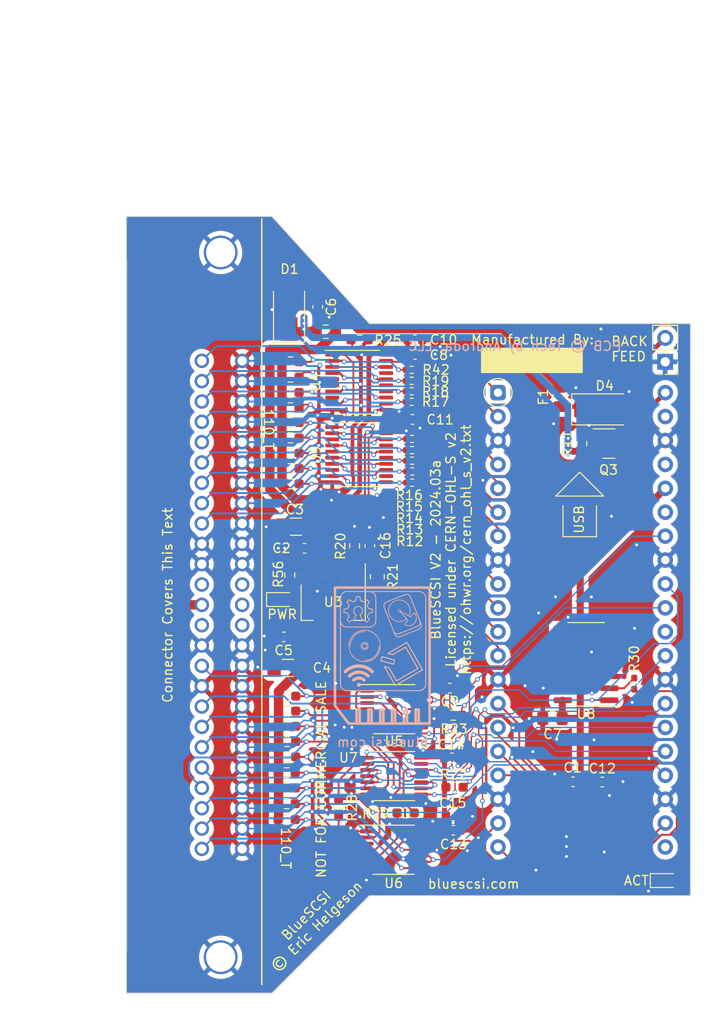
<source format=kicad_pcb>
(kicad_pcb (version 20240108) (generator "pcbnew") (generator_version "8.0")
  (title_block (title "BlueSCSI V2, Centronics 50 Pin, 2024.03a") (date "March 2024") (rev "1") (company "Tech by Androda, LLC"))
  (layers (0 "F.Cu" signal) (31 "B.Cu" signal) (34 "B.Paste" user) (35 "F.Paste" user) (36 "B.SilkS" user "B.Silkscreen") (37 "F.SilkS" user "F.Silkscreen") (38 "B.Mask" user) (39 "F.Mask" user) (44 "Edge.Cuts" user))
  (net 0 "")
  (net 1 "GND")
  (net 2 "+2V8")
  (net 3 "+5V")
  (net 4 "Net-(D2-A)")
  (net 5 "iATN")
  (net 6 "oIO")
  (net 7 "oREQ")
  (net 8 "oSEL")
  (net 9 "oBSY")
  (net 10 "SD_CLK")
  (net 11 "oCD_iSEL")
  (net 12 "ATN")
  (net 13 "BSY")
  (net 14 "DBP")
  (net 15 "ACK")
  (net 16 "RST")
  (net 17 "MSG")
  (net 18 "SEL")
  (net 19 "CD")
  (net 20 "REQ")
  (net 21 "IO")
  (net 22 "DB7")
  (net 23 "DB6")
  (net 24 "DB5")
  (net 25 "DB4")
  (net 26 "DB3")
  (net 27 "DB2")
  (net 28 "DB1")
  (net 29 "DB0")
  (net 30 "+3V3")
  (net 31 "SEL_BUFF")
  (net 32 "BSY_BUFF")
  (net 33 "+5VP")
  (net 34 "oMSG_iBSY")
  (net 35 "+5F")
  (net 36 "SD_CMD_MOSI")
  (net 37 "DB4T")
  (net 38 "DB5T")
  (net 39 "DB6T")
  (net 40 "DB7T")
  (net 41 "DBPT")
  (net 42 "DB0T")
  (net 43 "DB1T")
  (net 44 "DB3T")
  (net 45 "DB2T")
  (net 46 "SD_D0_MISO")
  (net 47 "Net-(D3-A)")
  (net 48 "DBPTr")
  (net 49 "SD_D1")
  (net 50 "SD_D2")
  (net 51 "SD_D3_CS")
  (net 52 "iRST")
  (net 53 "Net-(D4-K)")
  (net 54 "iACK")
  (net 55 "Net-(J2-Pin_2)")
  (net 56 "SERIAL_OUT")
  (net 57 "Net-(R30-Pad1)")
  (net 63 "Net-(RP1-G8)")
  (net 69 "Net-(RP1-G7)")
  (net 70 "Net-(RP1-G6)")
  (net 71 "Net-(RP1-G5)")
  (net 72 "Net-(RP1-G4)")
  (net 73 "Net-(RP1-G3)")
  (net 74 "Net-(RP1-G2)")
  (net 75 "Net-(RP1-G1)")
  (net 76 "Net-(RP1-G0)")
  (net 96 "Net-(D4-A)")
  (net 97 "Net-(U3-ADJ)")
  (footprint "Capacitor_SMD:C_1206_3216Metric_Pad1.42x1.75mm_HandSolder" (layer "F.Cu") (at 107.51 92.64 180)
    (property "Reference" "C3")
    (property "Value" "20uF")
  )
  (footprint "Capacitor_SMD:C_1206_3216Metric_Pad1.42x1.75mm_HandSolder" (layer "F.Cu") (at 106.6725 107.64 180)
    (property "Reference" "C4")
    (property "Value" "47uF")
  )
  (footprint "Package_TO_SOT_SMD:SOT-223-3_TabPin2" (layer "F.Cu") (at 111.4692 100.686 -90)
    (property "Reference" "U3")
    (property "Value" "AP1117-ADJ")
  )
  (footprint "CustomFootprints:BluePillModule" (layer "F.Cu") (at 136.6072 75.866)
    (property "Reference" "RP1" (hide yes))
    (property "Value" "Pico_Footprint")
  )
  (footprint "Capacitor_SMD:C_0603_1608Metric" (layer "F.Cu") (at 108.42898 94.94388 180)
    (property "Reference" "C2")
    (property "Value" "0.1uF")
  )
  (footprint "Capacitor_SMD:C_0603_1608Metric" (layer "F.Cu") (at 106.205 104.35 180)
    (property "Reference" "C5")
    (property "Value" "0.1uF")
  )
  (footprint "Capacitor_SMD:C_0603_1608Metric" (layer "F.Cu") (at 109.8296 69.3002 -90)
    (property "Reference" "C6")
    (property "Value" "4.7uF")
  )
  (footprint "Capacitor_SMD:C_0603_1608Metric" (layer "F.Cu") (at 140.0706 119.7638)
    (property "Reference" "C12")
    (property "Value" "4.7uF")
  )
  (footprint "Diode_SMD:D_SMA" (layer "F.Cu") (at 106.78 69.65 90)
    (property "Reference" "D1")
    (property "Value" "D")
  )
  (footprint "Resistor_SMD:R_0402_1005Metric_Pad0.72x0.64mm_HandSolder" (layer "F.Cu") (at 119.8125 75.98 180)
    (property "Reference" "R42")
    (property "Value" "1k")
  )
  (footprint "Resistor_SMD:R_0603_1608Metric_Pad0.98x0.95mm_HandSolder" (layer "F.Cu") (at 106.934 80.01 180)
    (property "Reference" "R39" (hide yes))
    (property "Value" "110")
  )
  (footprint "Resistor_SMD:R_0402_1005Metric_Pad0.72x0.64mm_HandSolder" (layer "F.Cu") (at 119.8625 83.32 180)
    (property "Reference" "R16")
    (property "Value" "1k")
  )
  (footprint "Resistor_SMD:R_0603_1608Metric_Pad0.98x0.95mm_HandSolder" (layer "F.Cu") (at 106.5784 113.8428 180)
    (property "Reference" "R4" (hide yes))
    (property "Value" "110")
  )
  (footprint "Resistor_SMD:R_0603_1608Metric_Pad0.98x0.95mm_HandSolder" (layer "F.Cu") (at 106.9359 84.836 180)
    (property "Reference" "R33" (hide yes))
    (property "Value" "110")
  )
  (footprint "LED_SMD:LED_0603_1608Metric_Pad1.05x0.95mm_HandSolder" (layer "F.Cu") (at 146.8294 130.2286)
    (property "Reference" "D2" (hide yes))
    (property "Value" "LED")
  )
  (footprint "Resistor_SMD:R_0603_1608Metric_Pad0.98x0.95mm_HandSolder" (layer "F.Cu") (at 106.934 75.1332 180)
    (property "Reference" "R36" (hide yes))
    (property "Value" "110")
  )
  (footprint "Capacitor_SMD:C_0805_2012Metric_Pad1.18x1.45mm_HandSolder" (layer "F.Cu") (at 134.7784 113.0008 180)
    (property "Reference" "C7")
    (property "Value" "4.7uF")
  )
  (footprint "Resistor_SMD:R_0603_1608Metric_Pad0.98x0.95mm_HandSolder" (layer "F.Cu") (at 106.86318 97.78868 -90)
    (property "Reference" "R56")
    (property "Value" "4.7k")
  )
  (footprint "Resistor_SMD:R_0603_1608Metric_Pad0.98x0.95mm_HandSolder" (layer "F.Cu") (at 106.5784 115.4684 180)
    (property "Reference" "R5" (hide yes))
    (property "Value" "110")
  )
  (footprint "Resistor_SMD:R_0603_1608Metric_Pad0.98x0.95mm_HandSolder" (layer "F.Cu") (at 106.9359 88.0872 180)
    (property "Reference" "R35" (hide yes))
    (property "Value" "110")
  )
  (footprint "Diode_SMD:D_SMA" (layer "F.Cu") (at 140.326 80.1828)
    (property "Reference" "D4")
    (property "Value" "D")
  )
  (footprint "Resistor_SMD:R_0603_1608Metric_Pad0.98x0.95mm_HandSolder" (layer "F.Cu") (at 106.9359 83.2104 180)
    (property "Reference" "R1" (hide yes))
    (property "Value" "110")
  )
  (footprint "Capacitor_SMD:C_0603_1608Metric" (layer "F.Cu") (at 120.1675 74.35)
    (property "Reference" "C8")
    (property "Value" "0.1uF")
  )
  (footprint "Resistor_SMD:R_0603_1608Metric_Pad0.98x0.95mm_HandSolder" (layer "F.Cu") (at 106.934 78.3844 180)
    (property "Reference" "R38" (hide yes))
    (property "Value" "110")
  )
  (footprint "Resistor_SMD:R_0603_1608Metric" (layer "F.Cu") (at 113.75 94.675 -90)
    (property "Reference" "R20")
    (property "Value" "154")
  )
  (footprint "Resistor_SMD:R_0402_1005Metric_Pad0.72x0.64mm_HandSolder" (layer "F.Cu") (at 119.8125 79.3836 180)
    (property "Reference" "R17")
    (property "Value" "1k")
  )
  (footprint "Resistor_SMD:R_0603_1608Metric_Pad0.98x0.95mm_HandSolder" (layer "F.Cu") (at 106.5257 118.7704 180)
    (property "Reference" "R9" (hide yes))
    (property "Value" "110")
  )
  (footprint "Resistor_SMD:R_0402_1005Metric_Pad0.72x0.64mm_HandSolder" (layer "F.Cu") (at 119.8746 86.7744 180)
    (property "Reference" "R13")
    (property "Value" "1k")
  )
  (footprint "LED_SMD:LED_0603_1608Metric_Pad1.05x0.95mm_HandSolder" (layer "F.Cu") (at 106.05038 100.37948)
    (property "Reference" "D3" (hide yes))
    (property "Value" "LED")
  )
  (footprint "Resistor_SMD:R_0603_1608Metric_Pad0.98x0.95mm_HandSolder" (layer "F.Cu") (at 106.934 81.5848 180)
    (property "Reference" "R40" (hide yes))
    (property "Value" "110")
  )
  (footprint "Package_SO:TSSOP-20_4.4x6.5mm_P0.65mm" (layer "F.Cu") (at 114.23 77.3)
    (property "Reference" "U4")
    (property "Value" "LVTH245")
  )
  (footprint "Resistor_SMD:R_0402_1005Metric_Pad0.72x0.64mm_HandSolder" (layer "F.Cu") (at 119.8125 78.266 180)
    (property "Reference" "R18")
    (property "Value" "1k")
  )
  (footprint "Capacitor_SMD:C_0603_1608Metric" (layer "F.Cu") (at 124.2233 123.3552)
    (property "Reference" "C15")
    (property "Value" "4.7uF")
  )
  (footprint "Capacitor_SMD:C_0603_1608Metric" (layer "F.Cu") (at 124.0968 117.2016 180)
    (property "Reference" "C14")
    (property "Value" "0.1uF")
  )
  (footprint "Connector_PinHeader_2.54mm:PinHeader_1x02_P2.54mm_Vertical" (layer "F.Cu") (at 146.756 75.1328 180)
    (property "Reference" "J2" (hide yes))
    (property "Value" "TRM_BCKF")
  )
  (footprint "Package_SO:SOIC-14_3.9x8.7mm_P1.27mm" (layer "F.Cu") (at 138.3486 107.2604 180)
    (property "Reference" "U8")
    (property "Value" "74HC14")
  )
  (footprint "Resistor_SMD:R_0603_1608Metric_Pad0.98x0.95mm_HandSolder" (layer "F.Cu") (at 106.5765 112.2172 180)
    (property "Reference" "R3" (hide yes))
    (property "Value" "110")
  )
  (footprint "Resistor_SMD:R_0402_1005Metric_Pad0.72x0.64mm_HandSolder" (layer "F.Cu") (at 119.8492 84.5138 180)
    (property "Reference" "R15")
    (property "Value" "1k")
  )
  (footprint "Capacitor_SMD:C_0603_1608Metric" (layer "F.Cu") (at 136.951 119.7428 180)
    (property "Reference" "C1")
    (property "Value" "0.1uF")
  )
  (footprint "Resistor_SMD:R_0603_1608Metric_Pad0.98x0.95mm_HandSolder" (layer "F.Cu") (at 106.5276 122.0724 180)
    (property "Reference" "R7" (hide yes))
    (property "Value" "110")
  )
  (footprint "Resistor_SMD:R_0603_1608Metric_Pad0.98x0.95mm_HandSolder" (layer "F.Cu") (at 106.5257 120.396 180)
    (property "Reference" "R8" (hide yes))
    (property "Value" "110")
  )
  (footprint "Resistor_SMD:R_0402_1005Metric_Pad0.72x0.64mm_HandSolder" (layer "F.Cu") (at 143.4652 109.3151 -90)
    (property "Reference" "R30")
    (property "Value" "470")
  )
  (footprint "Resistor_SMD:R_0603_1608Metric_Pad0.98x0.95mm_HandSolder" (layer "F.Cu") (at 106.5784 110.6424 180)
    (property "Reference" "R2" (hide yes))
    (property "Value" "110")
  )
  (footprint "Library:TF-06_MicroSD" (layer "F.Cu") (at 138.0804 129.5268 180)
    (property "Reference" "SD2" (hide yes))
    (property "Value" "MicroSD-TF-06")
  )
  (footprint "Resistor_SMD:R_0402_1005Metric_Pad0.72x0.64mm_HandSolder" (layer "F.Cu") (at 119.8613 87.9682 180)
    (property "Reference" "R12")
    (property "Value" "1k")
  )
  (footprint "Resistor_SMD:R_0402_1005Metric_Pad0.72x0.64mm_HandSolder" (layer "F.Cu") (at 119.8125 77.1484 180)
    (property "Reference" "R19")
    (property "Value" "1k")
  )
  (footprint "Capacitor_SMD:C_0603_1608Metric" (layer "F.Cu") (at 120.155 72.79)
    (property "Reference" "C10")
    (property "Value" "4.7uF")
  )
  (footprint "Capacitor_SMD:C_0603_1608Metric" (layer "F.Cu") (at 123.8643 109.7848 180)
    (property "Reference" "C9")
    (property "Value" "0.1uF")
  )
  (footprint "Resistor_SMD:R_0603_1608Metric_Pad0.98x0.95mm_HandSolder" (layer "F.Cu") (at 106.5765 117.094 180)
    (property "Reference" "R10" (hide yes))
    (property "Value" "110")
  )
  (footprint "Resistor_SMD:R_0603_1608Metric_Pad0.98x0.95mm_HandSolder" (layer "F.Cu") (at 106.9359 86.4616 180)
    (property "Reference" "R34" (hide yes))
    (property "Value" "110")
  )
  (footprint "Package_TO_SOT_SMD:SOT-23" (layer "F.Cu") (at 140.7735 83.8128)
    (property "Reference" "Q3")
    (property "Value" "AO3401A")
  )
  (footprint "Package_SO:TSSOP-14_4.4x5mm_P0.65mm" (layer "F.Cu") (at 117.95 119.132)
    (property "Reference" "U7")
    (property "Value" "LVT125")
  )
  (footprint "Resistor_SMD:R_0603_1608Metric_Pad0.98x0.95mm_HandSolder" (layer "F.Cu") (at 106.934 76.7588 180)
    (property "Reference" "R37" (hide yes))
    (property "Value" "110")
  )
  (footprint "Fuse:Fuse_0805_2012Metric_Pad1.15x1.40mm_HandSolder" (layer "F.Cu") (at 110.7 71.93 180)
    (property "Reference" "F2" (hide yes))
    (property "Value" "Polyfuse")
  )
  (footprint "Resistor_SMD:R_0603_1608Metric_Pad0.98x0.95mm_HandSolder" (layer "F.Cu") (at 124.3675 120.31 180)
    (property "Reference" "R22")
    (property "Value" "4.7k")
  )
  (footprint "Resistor_SMD:R_0603_1608Metric_Pad0.98x0.95mm_HandSolder" (layer "F.Cu") (at 124.23 112.67 180)
    (property "Reference" "R23")
    (property "Value" "4.7k")
  )
  (footprint "Resistor_SMD:R_0603_1608Metric_Pad0.98x0.95mm_HandSolder" (layer "F.Cu") (at 114.2775 72.81)
    (property "Reference" "R25")
    (property "Value" "4.7k")
  )
  (footprint "Package_SO:TSSOP-14_4.4x5mm_P0.65mm" (layer "F.Cu") (at 117.95 112.02)
    (property "Reference" "U5")
    (property "Value" "LVT125")
  )
  (footprint "Resistor_SMD:R_0402_1005Metric_Pad0.72x0.64mm_HandSolder" (layer "F.Cu") (at 119.8613 85.6314 180)
    (property "Reference" "R14")
    (property "Value" "1k")
  )
  (footprint "Package_SO:TSSOP-20_4.4x6.5mm_P0.65mm" (layer "F.Cu") (at 114.23 84.99)
    (property "Reference" "U9")
    (property "Value" "LVTH245")
  )
  (footprint "Library:Centronics50Male" (layer "F.Cu") (at 84.6418 100.9444 90)
    (property "Reference" "U10" (hide yes))
    (property "Value" "Centronics50PinMale")
  )
  (footprint "Package_SO:TSSOP-14_4.4x5mm_P0.65mm" (layer "F.Cu") (at 117.8992 126.9552)
    (property "Reference" "U6")
    (property "Value" "LVT125")
  )
  (footprint "Resistor_SMD:R_0603_1608Metric_Pad0.98x0.95mm_HandSolder" (layer "F.Cu") (at 106.5276 123.7488 180)
    (property "Reference" "R6" (hide yes))
    (property "Value" "110")
  )
  (footprint "Capacitor_SMD:C_0603_1608Metric" (layer "F.Cu") (at 119.905 81.25)
    (property "Reference" "C11")
    (property "Value" "0.1uF")
  )
  (footprint "Resistor_SMD:R_0603_1608Metric" (layer "F.Cu") (at 137.8935 83.8078 -90)
    (property "Reference" "R11")
    (property "Value" "10k")
  )
  (footprint "Capacitor_SMD:C_0603_1608Metric" (layer "F.Cu") (at 124.235 124.88 180)
    (property "Reference" "C13")
    (property "Value" "0.1uF")
  )
  (footprint "Resistor_SMD:R_0805_2012Metric" (layer "F.Cu") (at 116.16 97.96 -90)
    (property "Reference" "R21")
    (property "Value" "120")
  )
  (footprint "Resistor_SMD:R_0603_1608Metric_Pad0.98x0.95mm_HandSolder" (layer "F.Cu") (at 119.1692 123.0436)
    (property "Reference" "R29")
    (property "Value" "1k")
  )
  (footprint "Fuse:Fuse_0805_2012Metric_Pad1.15x1.40mm_HandSolder" (layer "F.Cu") (at 135.5635 78.8628 -90)
    (property "Reference" "F1")
    (property "Value" "Polyfuse")
  )
  (footprint "Capacitor_SMD:C_0603_1608Metric" (layer "F.Cu") (at 115.36 94.67 90)
    (property "Reference" "C16")
    (property "Value" "10uF")
  )
  (footprint "Resistor_SMD:R_0603_1608Metric_Pad0.98x0.95mm_HandSolder" (layer "F.Cu") (at 112.05 122.4925 -90)
    (property "Reference" "R28")
    (property "Value" "1k")
  )
  (footprint "LOGO" (layer "B.Cu") (at 116.6876 106.3244 180)
    (property "Reference" "G***" (hide yes))
    (property "Value" "LOGO" (hide yes))
  )
  (gr_line (start 103.886 141.2748) (end 103.886 59.944) (stroke (width 0.15)) (layer "F.SilkS"))
  (gr_rect (start 127.254 73.7108) (end 137.922 76.2508) (stroke (width 0.15)) (fill solid) (layer "F.SilkS"))
  (gr_line (start 89.5 59.69) (end 89.5 142.19) (stroke (width 0.1)) (layer "Edge.Cuts"))
  (gr_line (start 89.5 142.19) (end 104.9528 142.1892) (stroke (width 0.1)) (layer "Edge.Cuts"))
  (gr_line (start 149.44 131.826) (end 115.316 131.826) (stroke (width 0.1)) (layer "Edge.Cuts"))
  (gr_line (start 149.44 71.0692) (end 149.44 131.826) (stroke (width 0.1)) (layer "Edge.Cuts"))
  (gr_line (start 89.5 59.69) (end 104.9528 59.69) (stroke (width 0.1)) (layer "Edge.Cuts"))
  (gr_line (start 104.9528 142.1892) (end 115.316 131.826) (stroke (width 0.1)) (layer "Edge.Cuts"))
  (gr_line (start 104.9528 59.69) (end 115.316 71.0692) (stroke (width 0.1)) (layer "Edge.Cuts"))
  (gr_line (start 115.316 71.0692) (end 149.44 71.0692) (stroke (width 0.1)) (layer "Edge.Cuts"))
  (gr_text "PCB © Tech by Androda, LLC" (at 130.77 73.47 0) (layer "B.SilkS") (effects (font (size 1 1)) (justify mirror)))
  (gr_text "bluescsi.com" (at 116.7384 115.5192 -0) (layer "B.SilkS") (effects (font (size 1 1)) (justify mirror)))
  (gr_text "BlueSCSI\n© Eric Helgeson\n" (at 109.18 134.52 45) (layer "F.SilkS") (effects (font (size 1 1))))
  (gr_text "BlueSCSI V2 - 2024.03a\nLicensed under CERN-OHL-S v2\nhttps://ohwr.org/cern_ohl_s_v2.txt" (at 123.98 95.08 90) (layer "F.SilkS") (effects (font (size 1 1))))
  (gr_text "bluescsi.com" (at 126.4 130.58 0) (layer "F.SilkS") (effects (font (size 1 1))))
  (gr_text "110_T" (at 104.62 82.29 270) (layer "F.SilkS") (effects (font (size 1 1))))
  (gr_text "NOT FOR COMMERCIAL SALE" (at 110.78 130.05 90) (layer "F.SilkS") (effects (font (size 1 1)) (justify left bottom)))
  (gr_text "ACT" (at 143.6798 130.2286 0) (layer "F.SilkS") (effects (font (size 1 1))))
  (gr_text "110_T" (at 106.44 126.79 270) (layer "F.SilkS") (effects (font (size 1 1))))
  (gr_text "Manufactured By:" (at 126.0348 73.3552 0) (layer "F.SilkS") (effects (font (size 1 1)) (justify left bottom)))
  (gr_text "PWR" (at 106.05038 101.95428 0) (layer "F.SilkS") (effects (font (size 1 1))))
  (gr_text "BACK\nFEED" (at 140.946 75.1528 0) (layer "F.SilkS") (effects (font (size 1 1)) (justify left bottom)))
  (gr_text "Connector Covers This Text" (at 93.8784 100.9904 90) (layer "F.SilkS") (effects (font (size 1 1))))
  (segment (start 124.8718 116.1518) (end 124.87 116.15) (width 0.142) (layer "F.Cu") (net 1))
  (segment (start 129.493612 112.74) (end 130.6 113.846388) (width 0.4) (layer "F.Cu") (net 1))
  (segment (start 117.0925 75.025) (end 117.1925 75.125) (width 0.2) (layer "F.Cu") (net 1))
  (segment (start 109.82 80.81) (end 109.98 80.97) (width 0.33) (layer "F.Cu") (net 1))
  (segment (start 111.3675 80.225) (end 112.105 80.225) (width 0.33) (layer "F.Cu") (net 1))
  (segment (start 133.7896 109.8004) (end 132.1148 109.8004) (width 0.142) (layer "F.Cu") (net 1))
  (segment (start 136.4304 129.526799) (end 136.034399 129.9228) (width 0.2) (layer "F.Cu") (net 1))
  (segment (start 112.218432 87.915) (end 112.74 88.436568) (width 0.33) (layer "F.Cu") (net 1))
  (segment (start 112.92 88.95) (end 113.616587 88.253413) (width 0.33) (layer "F.Cu") (net 1))
  (segment (start 127.37 88.86) (end 128.29 89.78) (width 0.33) (layer "F.Cu") (net 1))
  (segment (start 131.860306 109.530416) (end 131.844816 109.530416) (width 0.142) (layer "F.Cu") (net 1))
  (segment (start 124.87 116.15) (end 124.86 116.15) (width 0.142) (layer "F.Cu") (net 1))
  (segment (start 109.82 80.81) (end 109.85 80.84) (width 0.2) (layer "F.Cu") (net 1))
  (segment (start 109.995 80.225) (end 109.94 80.17) (width 0.33) (layer "F.Cu") (net 1))
  (segment (start 124.73 118.06) (end 124.73 118.11) (width 0.142) (layer "F.Cu") (net 1))
  (segment (start 119 112.76) (end 118.91 112.67) (width 0.2) (layer "F.Cu") (net 1))
  (segment (start 131.860306 109.545906) (end 131.860306 109.530416) (width 0.142) (layer "F.Cu") (net 1))
  (segment (start 113.52 82.050762) (end 113.52 84.09) (width 0.4) (layer "F.Cu") (net 1))
  (segment (start 126.41 107.65) (end 127.45 107.65) (width 0.4) (layer "F.Cu") (net 1))
  (segment (start 115.33 92.71) (end 115.33 92.81) (width 0.2) (layer "F.Cu") (net 1))
  (segment (start 115.0367 128.9052) (end 113.6948 128.9052) (width 0.2) (layer "F.Cu") (net 1))
  (segment (start 113.41 120.96) (end 113.43 120.98) (width 0.2) (layer "F.Cu") (net 1))
  (segment (start 109.98 84.06) (end 109.98 84.89) (width 0.33) (layer "F.Cu") (net 1))
  (segment (start 115.0875 113.97) (end 113.48 113.97) (width 0.2) (layer "F.Cu") (net 1))
  (segment (start 114.84 89.47) (end 114.53 89.78) (width 0.2) (layer "F.Cu") (net 1))
  (segment (start 120.8125 112.67) (end 121.81 112.67) (width 0.2) (layer "F.Cu") (net 1))
  (segment (start 109.98 82.17) (end 109.76 82.39) (width 0.33) (layer "F.Cu") (net 1))
  (segment (start 109.26 119.61) (end 109.29 119.64) (width 0.4) (layer "F.Cu") (net 1))
  (segment (start 147.9872 123.4128) (end 147.9872 124.6028) (width 0.2) (layer "F.Cu") (net 1))
  (segment (start 124.73 118.11) (end 124.75 118.09) (width 0.142) (layer "F.Cu") (net 1))
  (segment (start 124.68 108.47) (end 125.59 108.47) (width 0.4) (layer "F.Cu") (net 1))
  (segment (start 114.42 80.41) (end 114.42 81.150762) (width 0.4) (layer "F.Cu") (net 1))
  (segment (start 119.07 125.88) (end 117.835 127.115) (width 0.2) (layer "F.Cu") (net 1))
  (segment (start 133.02 129.5456) (end 133.02 129.12) (width 0.2) (layer "F.Cu") (net 1))
  (segment (start 114.42 79.75) (end 114.42 80.41) (width 0.4) (layer "F.Cu") (net 1))
  (segment (start 127.45 107.65) (end 129.8 107.65) (width 0.4) (layer "F.Cu") (net 1))
  (segment (start 117.47 125.43) (end 117.47 124.22) (width 0.2) (layer "F.Cu") (net 1))
  (segment (start 118.505 80.375) (end 119.805 80.375) (width 0.4) (layer "F.Cu") (net 1))
  (segment (start 127.47 113.697) (end 128.427 112.74) (width 0.4) (layer "F.Cu") (net 1))
  (segment (start 112.74 88.436568) (end 112.74 88.95) (width 0.33) (layer "F.Cu") (net 1))
  (segment (start 124.86 116.15) (end 124.86 116.14) (width 0.142) (layer "F.Cu") (net 1))
  (segment (start 119.805 80.375) (end 120.68 81.25) (width 0.4) (layer "F.Cu") (net 1))
  (segment (start 119.11 125.88) (end 119.11 122.642678) (width 0.2) (layer "F.Cu") (net 1))
  (segment (start 109.85 80.84) (end 110.23 80.84) (width 0.2) (layer "F.Cu") (net 1))
  (segment (start 127.381 107.571) (end 130.089 107.571) (width 0.4) (layer "F.Cu") (net 1))
  (segment (start 124.62 111.12) (end 124.6393 111.1393) (width 0.142) (layer "F.Cu") (net 1))
  (segment (start 118.872182 112.67) (end 117.23 111.027818) (width 0.2) (layer "F.Cu") (net 1))
  (segment (start 132.5944 129.12) (end 132.3672 128.8928) (width 0.2) (layer "F.Cu") (net 1))
  (segment (start 117.6 121.4) (end 118.54 120.46) (width 0.2) (layer "F.Cu") (net 1))
  (segment (start 147.56 125.28) (end 147.56 125.03) (width 0.2) (layer "F.Cu") (net 1))
  (segment (start 122.19 115.23) (end 122.25 115.17) (width 0.2) (layer "F.Cu") (net 1))
  (segment (start 115.9448 126.9552) (end 117.47 125.43) (width 0.2) (layer "F.Cu") (net 1))
  (segment (start 118.48 80.4) (end 118.505 80.375) (width 0.4) (layer "F.Cu") (net 1))
  (segment (start 114.53 92.01) (end 115.23 92.71) (width 0.2) (layer "F.Cu") (net 1))
  (segment (start 117.1075 82.7) (end 119.23 82.7) (width 0.2) (layer "F.Cu") (net 1))
  (segment (start 147.75 71.25) (end 145.57 71.25) (width 0.2) (layer "F.Cu") (net 1))
  (segment (start 124.1 121.64) (end 124.15 121.69) (width 0.4) (layer "F.Cu") (net 1))
  (segment (start 127.736 114.056) (end 127.736 120.3348) (width 0.25) (layer "F.Cu") (net 1))
  (segment (start 124.6393 111.1393) (end 124.6393 111.1493) (width 0.142) (layer "F.Cu") (net 1))
  (segment (start 124.68 108.47) (end 124.68 109.7441) (width 0.4) (layer "F.Cu") (net 1))
  (segment (start 136.4304 126.786) (end 136.2572 126.6128) (width 0.2) (layer "F.Cu") (net 1))
  (segment (start 115.88 121.61) (end 115.65 121.84) (width 0.33) (layer "F.Cu") (net 1))
  (segment (start 111.3675 87.915) (end 110.295 87.915) (width 0.4) (layer "F.Cu") (net 1))
  (segment (start 121.88 113.32) (end 122.17 113.03) (width 0.2) (layer "F.Cu") (net 1))
  (segment (start 128.427 112.74) (end 129.493612 112.74) (width 0.4) (layer "F.Cu") (net 1))
  (segment (start 119.24 82.46) (end 119.47 82.46) (width 0.2) (layer "F.Cu") (net 1))
  (segment (start 114.42 80.41) (end 114.42 74.47) (width 0.4) (layer "F.Cu") (net 1))
  (segment (start 117.23 111.027818) (end 117.21 110.74) (width 0.2) (layer "F.Cu") (net 1))
  (segment (start 124.22 124.09) (end 126.08 124.09) (width 0.45) (layer "F.Cu") (net 1))
  (segment (start 122.17 113.03) (end 122.19 113.03) (width 0.2) (layer "F.Cu") (net 1))
  (segment (start 125.51 121.64) (end 125.57 121.58) (width 0.4) (layer "F.Cu") (net 1))
  (segment (start 112.275 87.915) (end 112.64 88.28) (width 0.25) (layer "F.Cu") (net 1))
  (segment (start 113.48 113.97) (end 113.46 113.95) (width 0.2) (layer "F.Cu") (net 1))
  (segment (start 126.41 106.6) (end 126.02 106.21) (width 0.4) (layer "F.Cu") (net 1))
  (segment (start 147.64 125.36) (end 147.56 125.28) (width 0.2) (layer "F.Cu") (net 1))
  (segment (start 136.2572 126.6128) (end 136.4304 126.4396) (width 0.2) (layer "F.Cu") (net 1))
  (segment (start 109.93 84.01) (end 109.98 84.06) (width 0.33) (layer "F.Cu") (net 1))
  (segment (start 113.44 113.97) (end 112.76 113.97) (width 0.2) (layer "F.Cu") (net 1))
  (segment (start 148.6 74.65) (end 148.6 71.73) (width 0.2) (layer "F.Cu") (net 1))
  (segment (start 136.4304 126.4396) (end 136.4304 125.726) (width 0.2) (layer "F.Cu") (net 1))
  (segment (start 147.2272 125.3628) (end 147.6372 125.3628) (width 0.2) (layer "F.Cu") (net 1))
  (segment (start 136.4304 127.846) (end 136.2572 127.6728) (width 0.2) (layer "F.Cu") (net 1))
  (segment (start 109.26 114.63) (end 110.74 114.63) (width 0.16) (layer "F.Cu") (net 1))
  (segment (start 112.74 88.95) (end 112.92 88.95) (width 0.33) (layer "F.Cu") (net 1))
  (segment (start 136.4304 128.9868) (end 136.4304 129.526799) (width 0.2) (layer "F.Cu") (net 1))
  (segment (start 127.29 110.11) (end 127.47 109.93) (width 0.4) (layer "F.Cu") (net 1))
  (segment (start 124.1 121.64) (end 125.51 121.64) (width 0.4) (layer "F.Cu") (net 1))
  (segment (start 111.3675 87.915) (end 112.275 87.915) (width 0.25) (layer "F.Cu") (net 1))
  (segment (start 140.8236 108.5304) (end 139.848601 108.5304) (width 0.2) (layer "F.Cu") (net 1))
  (segment (start 115.0367 125.0052) (end 113.6852 125.0052) (width 0.2) (layer "F.Cu") (net 1))
  (segment (start 109.94 75.62) (end 109.94 80.17) (width 0.33) (layer "F.Cu") (net 1))
  (segment (start 148.77 74.82) (end 148.6 74.65) (width 0.2) (layer "F.Cu") (net 1))
  (segment (start 110.06 75.5) (end 109.94 75.62) (width 0.33) (layer "F.Cu") (net 1))
  (segment (start 124.78 118.06) (end 124.73 118.06) (width 0.142) (layer "F.Cu") (net 1))
  (segment (start 129.95 89.78) (end 130 89.83) (width 0.33) (layer "F.Cu") (net 1))
  (segment (start 115.935 93.895) (end 116.66 94.62) (width 0.45) (layer "F.Cu") (net 1))
  (segment (start 114.84 82.883462) (end 114.84 89.47) (width 0.2) (layer "F.Cu") (net 1))
  (segment (start 113.45 121) (end 113.41 121) (width 0.2) (layer "F.Cu") (net 1))
  (segment (start 133.02 129.12) (end 132.5944 129.12) (width 0.2) (layer "F.Cu") (net 1))
  (segment (start 139.848601 108.5304) (end 138.9772 109.401801) (width 0.2) (layer "F.Cu") (net 1))
  (segment (start 111.37 81.12) (end 111.52 80.97) (width 0.2) (layer "F.Cu") (net 1))
  (segment (start 117.1925 75.125) (end 120.1075 75.125) (width 0.2) (layer "F.Cu") (net 1))
  (segment (start 127.736 120.3348) (end 128.9872 121.586) (width 0.25) (layer "F.Cu") (net 1))
  (segment (start 130.4772 117.1128) (end 130.4572 117.1128) (width 0.2) (layer "F.Cu") (net 1))
  (segment (start 141.5772 131.5228) (end 117.6543 131.5228) (width 0.2) (layer "F.Cu") (net 1))
  (segment (start 111.23 113.25) (end 111.68 113.7) (width 0.2) (layer "F.Cu") (net 1))
  (segment (start 118.69 116.4) (end 116.26 113.97) (width 0.2) (layer "F.Cu") (net 1))
  (segment (start 109.98 80.97) (end 109.98 82.17) (width 0.33) (layer "F.Cu") (net 1))
  (segment (start 127.29 110.73) (end 127.29 110.11) (width 0.4) (layer "F.Cu") (net 1))
  (segment (start 115.36 93.895) (end 115.935 93.895) (width 0.45) (layer "F.Cu") (net 1))
  (segment (start 109.29 124.49) (end 109.57 124.77) (width 0.4) (layer "F.Cu") (net 1))
  (segment (start 126.08 124.09) (end 126.09 124.08) (width 0.45) (layer "F.Cu") (net 1))
  (segment (start 113.41 121) (end 113.41 120.96) (width 0.2) (layer "F.Cu") (net 1))
  (segment (start 122.19 113.05) (end 122.17 113.03) (width 0.2) (layer "F.Cu") (net 1))
  (segment (start 147.6372 125.3628) (end 147.64 125.36) (width 0.2) (layer "F.Cu") (net 1))
  (segment (start 119.09 112.67) (end 119 112.76) (width 0.2) (layer "F.Cu") (net 1))
  (segment (start 148.4572 75.1328) (end 148.77 74.82) (width 0.2) (layer "F.Cu") (net 1))
  (segment (start 110.295 87.915) (end 110.16 88.05) (width 0.4) (layer "F.Cu") (net 1))
  (segment (start 132.1148 109.8004) (end 131.860306 109.545906) (width 0.142) (layer "F.Cu") (net 1))
  (segment (start 119.24 82.69) (end 119.24 82.46) (width 0.2) (layer "F.Cu") (net 1))
  (segment (start 147.9872 124.6028) (end 147.2272 125.3628) (width 0.2) (layer "F.Cu") (net 1))
  (segment (start 146.3672 125.3628) (end 144.75 126.98) (width 0.2) (layer "F.Cu") (net 1))
  (segment (start 109.36 113.25) (end 111.23 113.25) (width 0.2) (layer "F.Cu") (net 1))
  (segment (start 114.42 74.47) (end 114.51 74.38) (width 0.4) (layer "F.Cu") (net 1))
  (segment (start 136.4304 125.726) (end 136.2572 125.5528) (width 0.45) (layer "F.Cu") (net 1))
  (segment (start 119.11 125.88) (end 119.07 125.88) (width 0.2) (layer "F.Cu") (net 1))
  (segment (start 146.7672 121.586) (end 147.9872 122.806) (width 0.2) (layer "F.Cu") (net 1))
  (segment (start 138.9772 109.401801) (end 138.9572 110.3128) (width 0.2) (layer "F.Cu") (net 1))
  (segment (start 122.19 113.03) (end 122.19 113.05) (width 0.2) (layer "F.Cu") (net 1))
  (segment (start 109.98 83.96) (end 109.93 84.01) (width 0.33) (layer "F.Cu") (net 1))
  (segment (start 113.905381 81.665381) (end 113.52 82.050762) (width 0.4) (layer "F.Cu") (net 1))
  (segment (start 127.47 113.79) (end 127.47 113.697) (width 0.4) (layer "F.Cu") (net 1))
  (segment (start 109.76 82.39) (end 109.98 82.61) (width 0.33) (layer "F.Cu") (net 1))
  (segment (start 113.532 121.082) (end 113.45 121) (width 0.2) (layer "F.Cu") (net 1))
  (segment (start 120.68 81.25) (end 120.95 81.25) (width 0.4) (layer "F.Cu") (net 1))
  (segment (start 114.42 81.150762) (end 113.905381 81.665381) (width 0.4) (layer "F.Cu") (net 1))
  (segment (start 115.88 121.26) (end 115.88 121.61) (width 0.33) (layer "F.Cu") (net 1))
  (segment (start 115.33 92.81) (end 115.36 92.84) (width 0.2) (layer "F.Cu") (net 1))
  (segment (start 136.4304 123.086) (end 130.4772 117.1328) (width 0.2) (layer "F.Cu") (net 1))
  (segment (start 118.337322 121.87) (end 117.95 121.87) (width 0.2) (layer "F.Cu") (net 1))
  (segment (start 122.25 115.17) (end 122.19 115.11) (width 0.2) (layer "F.Cu") (net 1))
  (segment (start 115.108462 82.631538) (end 114.96 82.78) (width 0.2) (layer "F.Cu") (net 1))
  (segment (start 136.034399 129.9228) (end 133.4572 129.9228) (width 0.2) (layer "F.Cu") (net 1))
  (segment (start 112.64 113.94) (end 112.64 113.85) (width 0.2) (layer "F.Cu") (net 1))
  (segment (start 131.844816 109.530416) (end 131.8572 109.5428) (width 0.142) (layer "F.Cu") (net 1))
  (segment (start 136.4304 127.4996) (end 136.4304 126.786) (width 0.2) (layer "F.Cu") (net 1))
  (segment (start 118.91 112.67) (end 118.872182 112.67) (width 0.2) (layer "F.Cu") (net 1))
  (segment (start 116.6352 128.9052) (end 116.64 128.91) (width 0.2) (layer "F.Cu") (net 1))
  (segment (start 110.16 88.05) (end 110.16 88.67) (width 0.4) (layer "F.Cu") (net 1))
  (segment (start 130.4772 117.1328) (end 130.4772 117.1128) (width 0.2) (layer "F.Cu") (net 1))
  (segment (start 118.54 120.46) (end 118.54 117.33) (width 0.2) (layer "F.Cu") (net 1))
  (segment (start 144.75 128.35) (end 141.5772 131.5228) (width 0.2) (layer "F.Cu") (net 1))
  (segment (start 110.26 80.84) (end 109.85 80.84) (width 0.2) (layer "F.Cu") (net 1))
  (segment (start 147.2272 125.3628) (end 146.3672 125.3628) (width 0.2) (layer "F.Cu") (net 1))
  (segment (start 121.02 116.4) (end 118.69 116.4) (width 0.2) (layer "F.Cu") (net 1))
  (segment (start 119.23 82.7) (end 119.24 82.69) (width 0.2) (layer "F.Cu") (net 1))
  (segment (start 115.23 92.71) (end 115.33 92.71) (width 0.2) (layer "F.Cu") (net 1))
  (segment (start 116.26 113.97) (end 115.0875 113.97) (width 0.2) (layer "F.Cu") (net 1))
  (segment (start 115.0367 126.9552) (end 115.9448 126.9552) (width 0.2) (layer "F.Cu") (net 1))
  (segment (start 115.0875 121.082) (end 113.532 121.082) (width 0.2) (layer "F.Cu") (net 1))
  (segment (start 112.64 113.85) (end 112.56 113.77) (width 0.2) (layer "F.Cu") (net 1))
  (segment (start 109.36 113.25) (end 110.75 113.25) (width 0.16) (layer "F.Cu") (net 1))
  (segment (start 117.6543 131.5228) (end 115.0367 128.9052) (width 0.2) (layer "F.Cu") (net 1))
  (segment (start 115.0875 121.082) (end 115.702 121.082) (width 0.33) (layer "F.Cu") (net 1))
  (segment (start 130.4572 117.1128) (end 130.4472 117.1028) (width 0.2) (layer "F.Cu") (net 1))
  (segment (start 110.74 114.63) (end 111 114.89) (width 0.16) (layer "F.Cu") (net 1))
  (segment (start 109.3444 69.59) (end 109.8296 70.0752) (width 0.16) (layer "F.Cu") (net 1))
  (segment (start 133.8104 109.8004) (end 133.8 109.79) (width 0.142) (layer "F.Cu") (net 1))
  (segment (start 114.51 73.49) (end 115.19 72.81) (width 0.4) (layer "F.Cu") (net 1))
  (segment (start 115.108462 82.615) (end 115.108462 82.631538) (width 0.2) (layer "F.Cu") (net 1))
  (segment (start 127.47 107.67) (end 127.45 107.65) (width 0.4) (layer "F.Cu") (net 1))
  (segment (start 122.19 115.66) (end 122.19 115.23) (width 0.2) (layer "F.Cu") (net 1))
  (segment (start 121.45 116.4) (end 122.19 115.66) (width 0.2) (layer "F.Cu") (net 1))
  (segment (start 136.4304 128.9868) (end 136.4304 127.846) (width 0.2) (layer "F.Cu") (net 1))
  (segment (start 115.36 92.84) (end 115.36 93.895) (width 0.2) (layer "F.Cu") (net 1))
  (segment (start 119.11 122.642678) (end 118.337322 121.87) (width 0.2) (layer "F.Cu") (net 1))
  (segment (start 115.702 121.082) (end 115.88 121.26) (width 0.33) (layer "F.Cu") (net 1))
  (segment (start 113.616587 87.306587) (end 113.52 87.21) (width 0.33) (layer "F.Cu") (net 1))
  (segment (start 113.616587 88.253413) (end 113.616587 87.306587) (width 0.33) (layer "F.Cu") (net 1))
  (segment (start 112.655 80.775) (end 112.73 80.7) (width 0.2) (layer "F.Cu") (net 1))
  (segment (start 133.4572 129.9228) (end 133.3972 129.9228) (width 0.2) (layer "F.Cu") (net 1))
  (segment (start 124.8718 117.9682) (end 124.78 118.06) (width 0.142) (layer "F.Cu") (net 1))
  (segment (start 125.59 108.47) (end 126.41 107.65) (width 0.4) (layer "F.Cu") (net 1))
  (segment (start 135.8736 109.8004) (end 133.8104 109.8004) (width 0.142) (layer "F.Cu") (net 1))
  (segment (start 127.47 109.93) (end 127.47 107.67) (width 0.4) (layer "F.Cu") (net 1))
  (segment (start 115.0367 128.9052) (end 116.6352 128.9052) (width 0.2) (layer "F.Cu") (net 1))
  (segment (start 122.22 111.95) (end 122.22 111.92) (width 0.2) (layer "F.Cu") (net 1))
  (segment (start 147.9872 123.4128) (end 147.9872 123.0428) (width 0.2) (layer "F.Cu") (net 1))
  (segment (start 130.089 107.571) (end 130.32 107.34) (width 0.4) (layer "F.Cu") (net 1))
  (segment (start 120.95 81.25) (end 121.95 82.25) (width 0.4) (layer "F.Cu") (net 1))
  (segment (start 130.6 113.846388) (end 130.6 114) (width 0.4) (layer "F.Cu") (net 1))
  (segment (start 112.76 113.97) (end 112.73 113.94) (width 0.2) (layer "F.Cu") (net 1))
  (segment (start 136.2572 127.6728) (end 136.4304 127.4996) (width 0.2) (layer "F.Cu") (net 1))
  (segment (start 112.105 80.225) (end 112.655 80.775) (width 0.33) (layer "F.Cu") (net 1))
  (segment (start 122.19 115.11) (end 122.19 113.03) (width 0.2) (layer "F.Cu") (net 1))
  (segment (start 104.97 69.59) (end 109.3444 69.59) (width 0.16) (layer "F.Cu") (net 1))
  (segment (start 127.47 113.79) (end 127.736 114.056) (width 0.25) (layer "F.Cu") (net 1))
  (segment (start 114.51 74.38) (end 114.51 73.49) (width 0.4) (layer "F.Cu") (net 1))
  (segment (start 124.6393 111.1493) (end 124.72 111.23) (width 0.142) (layer "F.Cu") (net 1))
  (segment (start 147.9872 122.806) (end 147.9872 123.4128) (width 0.2) (layer "F.Cu") (net 1))
  (segment (start 127.37 87.71) (end 127.37 88.86) (width 0.33) (layer "F.Cu") (net 1))
  (segment (start 128.29 89.78) (end 129.95 89.78) (width 0.33) (layer "F.Cu") (net 1))
  (segment (start 119.47 82.46) (end 120.68 81.25) (width 0.2) (layer "F.Cu") (net 1))
  (segment (start 117.21 110.74) (end 117.23 110.74) (width 0.2) (layer "F.Cu") (net 1))
  (segment (start 124.8718 117.2016) (end 124.8718 116.1518) (width 0.142) (layer "F.Cu") (net 1))
  (segment (start 109.98 82.61) (end 109.98 83.96) (width 0.33) (layer "F.Cu") (net 1))
  (segment (start 126.41 107.65) (end 126.41 106.6) (width 0.4) (layer "F.Cu") (net 1))
  (segment (start 124.8718 117.2016) (end 124.8718 117.9682) (width 0.142) (layer "F.Cu") (net 1))
  (segment (start 136.2572 125.5528) (end 136.4304 125.3796) (width 0.2) (layer "F.Cu") (net 1))
  (segment (start 124.15 121.69) (end 124.15 122.2) (width 0.4) (layer "F.Cu") (net 1))
  (segment (start 117.47 124.22) (end 117.47 124.23) (width 0.2) (layer "F.Cu") (net 1))
  (segment (start 133.3972 129.9228) (end 133.02 129.5456) (width 0.2) (layer "F.Cu") (net 1))
  (segment (start 117.0925 82.715) (end 117.1075 82.7) (width 0.2) (layer "F.Cu") (net 1))
  (segment (start 122.19 113.03) (end 122.22 113) (width 0.2) (layer "F.Cu") (net 1))
  (segment (start 148.23 71.73) (end 147.75 71.25) (width 0.2) (layer "F.Cu") (net 1))
  (segment (start 126.41 106.6) (end 127.381 107.571) (width 0.4) (layer "F.Cu") (net 1))
  (segment (start 120.8125 112.67) (end 119.09 112.67) (width 0.2) (layer "F.Cu") (net 1))
  (segment (start 115.108462 82.615) (end 114.84 82.883462) (width 0.2) (layer "F.Cu") (net 1))
  (segment (start 124.68 109.7441) (end 124.6393 109.7848) (width 0.4) (layer "F.Cu") (net 1))
  (segment (start 124.6393 109.7848) (end 124.6393 111.1007) (width 0.142) (layer "F.Cu") (net 1))
  (segment (start 109.29 119.64) (end 109.29 124.49) (width 0.4) (layer "F.Cu") (net 1))
  (segment (start 121.02 116.4) (end 121.45 116.4) (width 0.2) (layer "F.Cu") (net 1))
  (segment (start 120.1075 75.125) (end 120.9425 74.29) (width 0.2) (layer "F.Cu") (net 1))
  (segment (start 121.81 112.67) (end 122.17 113.03) (width 0.2) (layer "F.Cu") (net 1))
  (segment (start 120.8125 113.32) (end 121.88 113.32) (width 0.2) (layer "F.Cu") (net 1))
  (segment (start 113.52 84.09) (end 113.52 87.21) (width 0.4) (layer "F.Cu") (net 1))
  (segment (start 133.8 109.79) (end 133.7896 109.8004) (width 0.142) (layer "F.Cu") (net 1))
  (segment (start 138.9572 110.3128) (end 138.9772 110.2328) (width 0.2) (layer "F.Cu") (net 1))
  (segment (start 111.3675 87.915) (end 112.218432 87.915) (width 0.33) (layer "F.Cu") (net 1))
  (segment (start 112.73 113.94) (end 112.64 113.94) (width 0.2) (layer "F.Cu") (net 1))
  (segment (start 136.4304 125.3796) (end 136.4304 123.086) (width 0.2) (layer "F.Cu") (net 1))
  (segment (start 111.3675 80.225) (end 109.995 80.225) (width 0.33) (layer "F.Cu") (net 1))
  (segment (start 124.6393 111.1007) (end 124.62 111.12) (width 0.142) (layer "F.Cu") (net 1))
  (segment (start 148.6 71.73) (end 148.23 71.73) (width 0.2) (layer "F.Cu") (net 1))
  (segment (start 113.6852 125.0052) (end 113.32 124.64) (width 0.2) (layer "F.Cu") (net 1))
  (segment (start 146.756 75.1328) (end 148.4572 75.1328) (width 0.2) (layer "F.Cu") (net 1))
  (segment (start 124.86 116.14) (end 124.85 116.13) (width 0.142) (layer "F.Cu") (net 1))
  (segment (start 114.53 89.78) (end 114.53 92.01) (width 0.2) (layer "F.Cu") (net 1))
  (segment (start 122.22 113) (end 122.22 111.95) (width 0.2) (layer "F.Cu") (net 1))
  (segment (start 113.46 113.95) (end 113.44 113.97) (width 0.2) (layer "F.Cu") (net 1))
  (segment (start 136.4304 128.9868) (end 136.4304 125.726) (width 0.45) (layer "F.Cu") (net 1))
  (segment (start 112.09 88.95) (end 112.74 88.95) (width 0.33) (layer "F.Cu") (net 1))
  (segment (start 144.75 126.98) (end 144.75 128.35) (width 0.2) (layer "F.Cu") (net 1))
  (via (at 120.7 82.17) (size 0.5) (drill 0.3) (layers "F.Cu" "B.Cu") (net 1))
  (via (at 115.33 92.71) (size 0.5) (drill 0.3) (layers "F.Cu" "B.Cu") (net 1))
  (via (at 118.22 88.65) (size 0.5) (drill 0.3) (layers "F.Cu" "B.Cu") (net 1))
  (via (at 139.19 115.28) (size 0.5) (drill 0.3) (layers "F.Cu" "B.Cu") (net 1))
  (via (at 136.2572 126.6128) (size 0.5) (drill 0.3) (layers "F.Cu" "B.Cu") (net 1))
  (via (at 111 114.89) (size 0.5) (drill 0.3) (layers "F.Cu" "B.Cu") (net 1))
  (via (at 121.02 116.4) (size 0.5) (drill 0.3) (layers "F.Cu" "B.Cu") (net 1))
  (via (at 104.35 92.66) (size 0.5) (drill 0.3) (layers "F.Cu" "B.Cu") (net 1))
  (via (at 124.86 116.15) (size 0.5) (drill 0.3) (layers "F.Cu" "B.Cu") (net 1))
  (via (at 122.19 113.03) (size 0.5) (drill 0.3) (layers "F.Cu" "B.Cu") (net 1))
  (via (at 118.92 127.92) (size 0.5) (drill 0.3) (layers "F.Cu" "B.Cu") (net 1))
  (via (at 141.05 91.54) (size 0.5) (drill 0.3) (layers "F.Cu" "B.Cu") (net 1))
  (via (at 114.42 79.75) (size 0.5) (drill 0.3) (layers "F.Cu" "B.Cu") (net 1))
  (via (at 116.13 89.32) (size 0.5) (drill 0.3) (layers "F.Cu" "B.Cu") (net 1))
  (via (at 109.9 87.26) (size 0.5) (drill 0.3) (layers "F.Cu" "B.Cu") (net 1))
  (via (at 136.43 102.26) (size 0.5) (drill 0.3) (layers "F.Cu" "B.Cu") (net 1))
  (via (at 134.9 81.71) (size 0.5) (drill 0.3) (layers "F.Cu" "B.Cu") (net 1))
  (via (at 123.99 74.42) (size 0.5) (drill 0.3) (layers "F.Cu" "B.Cu") (net 1))
  (via (at 138.9572 110.3128) (size 0.5) (drill 0.3) (layers "F.Cu" "B.Cu") (net 1))
  (via (at 140.28 127.19) (size 0.5) (drill 0.3) (layers "F.Cu" "B.Cu") (net 1))
  (via (at 144.99 131.34) (size 0.5) (drill 0.3) (layers "F.Cu" "B.Cu") (net 1))
  (via (at 111.29 89.83) (size 0.5) (drill 0.3) (layers "F.Cu" "B.Cu") (net 1))
  (via (at 110.03 77.31) (size 0.5) (drill 0.3) (layers "F.Cu" "B.Cu") (net 1))
  (via (at 110.06 75.5) (size 0.5) (drill 0.3) (layers "F.Cu" "B.Cu") (net 1))
  (via (at 133.3 101.8) (size 0.5) (drill 0.3) (layers "F.Cu" "B.Cu") (net 1))
  (via (at 110.16 88.67) (size 0.5) (drill 0.3) (layers "F.Cu" "B.Cu") (net 1))
  (via (at 132.69 116.53) (size 0.5) (drill 0.3) (layers "F.Cu" "B.Cu") (net 1))
  (via (at 115.108462 82.615) (size 0.5) (drill 0.3) (layers "F.Cu" "B.Cu") (net 1))
  (via (at 143.5 103.44) (size 0.5) (drill 0.3) (layers "F.Cu" "B.Cu") (net 1))
  (via (at 113.45 116.26) (size 0.5) (drill 0.3) (layers "F.Cu" "B.Cu") (net 1))
  (via (at 117.21 110.74) (size 0.5) (drill 0.3) (layers "F.Cu" "B.Cu") (net 1))
  (via (at 110.79 121.22) (size 0.5) (drill 0.3) (layers "F.Cu" "B.Cu") (net 1))
  (via (at 130.6 114) (size 0.5) (drill 0.3) (layers "F.Cu" "B.Cu") (net 1))
  (via (at 143.72 94.58) (size 0.5) (drill 0.3) (layers "F.Cu" "B.Cu") (net 1))
  (via (at 115 130.17) (size 0.5) (drill 0.3) (layers "F.Cu" "B.Cu") (net 1))
  (via (at 106.31 94.92) (size 0.5) (drill 0.3) (layers "F.Cu" "B.Cu") (net 1))
  (via (at 110.76 122.73) (size 0.5) (drill 0.3) (layers "F.Cu" "B.Cu") (net 1))
  (via (at 122.22 111.95) (size 0.5) (drill 0.3) (layers "F.Cu" "B.Cu") (net 1))
  (via (at 136.2572 127.6728) (size 0.5) (drill 0.3) (layers "F.Cu" "B.Cu") (net 1))
  (via (at 112.09 88.95) (size 0.5) (drill 0.3) (layers "F.Cu" "B.Cu") (net 1))
  (via (at 104.15 104.25) (size 0.5) (drill 0.3) (layers "F.Cu" "B.Cu") (net 1))
  (via (at 116.32 93.9) (size 0.5) (drill 0.3) (layers "F.Cu" "B.Cu") (net 1))
  (via (at 122.3 74.31) (size 0.5) (drill 0.3) (layers "F.Cu" "B.Cu") (net 1))
  (via (at 124.1 121.64) (size 0.5) (drill 0.3) (layers "F.Cu" "B.Cu") (net 1))
  (via (at 127.29 110.73) (size 0.5) (drill 0.3) (layers "F.Cu" "B.Cu") (net 1))
  (via (at 109.26 114.63) (size 0.5) (drill 0.3) (layers "F.Cu" "B.Cu") (net 1))
  (via (at 122.05 123.93) (size 0.5) (drill 0.3) (layers "F.Cu" "B.Cu") (net 1))
  (via (at 119.11 125.88) (size 0.5) (drill 0.3) (layers "F.Cu" "B.Cu") (net 1))
  (via (at 113.74 92.6) (size 0.5) (drill 0.3) (layers "F.Cu" "B.Cu") (net 1))
  (via (at 126.28 123.41) (size 0.5) (drill 0.3) (layers "F.Cu" "B.Cu") (net 1))
  (via (at 127.47 113.79) (size 0.5) (drill 0.3) (layers "F.Cu" "B.Cu") (net 1))
  (via (at 104.97 69.59) (size 0.5) (drill 0.3) (layers "F.Cu" "B.Cu") (net 1))
  (via (at 142.92 78.29) (size 0.5) (drill 0.3) (layers "F.Cu" "B.Cu") (net 1))
  (via (at 122.25 115.17) (size 0.5) (drill 0.3) (layers "F.Cu" "B.Cu") (net 1))
  (via (at 118.48 80.4) (size 0.5) (drill 0.3) (layers "F.Cu" "B.Cu") (net 1))
  (via (at 145.03 117.25) (size 0.5) (drill 0.3) (layers "F.Cu" "B.Cu") (net 1))
  (via (at 109.76 82.39) (size 0.5) (drill 0.3) (layers "F.Cu" "B.Cu") (net 1))
  (via (at 138.91 100.1) (size 0.5) (drill 0.3) (layers "F.Cu" "B.Cu") (net 1))
  (via (at 143.25 111.3) (size 0.5) (drill 0.3) (layers "F.Cu" "B.Cu") (net 1))
  (via (at 124.62 111.12) (size 0.5) (drill 0.3) (layers "F.Cu" "B.Cu") (net 1))
  (via (at 105.63 94.92) (size 0.5) (drill 0.3) (layers "F.Cu" "B.Cu") (net 1))
  (via (at 133.02 129.12) (size 0.5) (drill 0.3) (layers "F.Cu" "B.Cu") (net 1))
  (via (at 114.36 77.49) (size 0.5) (drill 0.3) (layers "F.Cu" "B.Cu") (net 1))
  (via (at 109.36 113.25) (size 0.5) (drill 0.3) (layers "F.Cu" "B.Cu") (net 1))
  (via (at 104.24 105.74) (size 0.5) (drill 0.3) (layers "F.Cu" "B.Cu") (net 1))
  (via (at 125.73 127.06) (size 0.5) (drill 0.3) (layers "F.Cu" "B.Cu") (net 1))
  (via (at 122.85 73.52) (size 0.5) (drill 0.3) (layers "F.Cu" "B.Cu") (net 1))
  (via (at 139.92 71.64) (size 0.5) (drill 0.3) (layers "F.Cu" "B.Cu") (net 1))
  (via (at 113.46 113.95) (size 0.5) (drill 0.3) (layers "F.Cu" "B.Cu") (net 1))
  (via (at 135.01 118.91) (size 0.5) (drill 0.3) (layers "F.Cu" "B.Cu") (net 1))
  (via (at 114.31 123.46) (size 0.5) (drill 0.3) (layers "F.Cu" "B.Cu") (net 1))
  (via (at 136.2572 125.5528) (size 0.5) (drill 0.3) (layers "F.Cu" "B.Cu") (net 1))
  (via (at 109.81 85.68) (size 0.5) (drill 0.3) (layers "F.Cu" "B.Cu") (net 1))
  (via (at 117.6 121.4) (size 0.5) (drill 0.3) (layers "F.Cu" "B.Cu") (net 1))
  (via (at 109.93 84.01) (size 0.5) (drill 0.3) (layers "F.Cu" "B.Cu") (net 1))
  (via (at 138.93 105.96) (size 0.5) (drill 0.3) (layers "F.Cu" "B.Cu") (net 1))
  (via (at 109.82 80.81) (size 0.5) (drill 0.3) (layers "F.Cu" "B.Cu") (net 1))
  (via (at 135.1 100.08) (size 0.5) (drill 0.3) (layers "F.Cu" "B.Cu") (net 1))
  (via (at 109.57 124.77) (size 0.5) (drill 0.3) (layers "F.Cu" "B.Cu") (net 1))
  (via (at 113.32 124.64) (size 0.5) (drill 0.3) (layers "F.Cu" "B.Cu") (net 1))
  (via (at 137.26 77.88) (size 0.5) (drill 0.3) (layers "F.Cu" "B.Cu") (net 1))
  (via (at 115.65 121.84) (size 0.5) (drill 0.3) (layers "F.Cu" "B.Cu") (net 1))
  (via (at 124.22 124.09) (size 0.5) (drill 0.3) (layers "F.Cu" "B.Cu") (net 1))
  (via (at 110.38 117.52) (size 0.5) (drill 0.3) (layers "F.Cu" "B.Cu") (net 1))
  (via (at 116.8 91.67) (size 0.5) (drill 0.3) (layers "F.Cu" "B.Cu") (net 1))
  (via (at 135.23 115.22) (size 0.5) (drill 0.3) (layers "F.Cu" "B.Cu") (net 1))
  (via (at 113.41 121) (size 0.5) (drill 0.3) (layers "F.Cu" "B.Cu") (net 1))
  (via (at 130.4772 117.1128) (size 0.5) (drill 0.3) (layers "F.Cu" "B.Cu") (net 1))
  (via (at 117.47 124.22) (size 0.5) (drill 0.3) (layers "F.Cu" "B.Cu") (net 1))
  (via (at 109.2 121.21) (size 0.5) (drill 0.3) (layers "F.Cu" "B.Cu") (net 1))
  (via (at 111.75 109.28) (size 0.5) (drill 0.3) (layers "F.Cu" "B.Cu") (net 1))
  (via (at 126.9 125.68) (size 0.5) (drill 0.3) (layers "F.Cu" "B.Cu") (net 1))
  (via (at 132.3 113.02) (size 0.5) (drill 0.3) (layers "F.Cu" "B.Cu") (net 1))
  (via (at 142.27 119.72) (size 0.5) (drill 0.3) (layers "F.Cu" "B.Cu") (net 1))
  (via (at 113.39 119.75) (size 0.5) (drill 0.3) (layers "F.Cu" "B.Cu") (net 1))
  (via (at 109.26 119.61) (size 0.5) (drill 0.3) (layers "F.Cu" "B.Cu") (net 1))
  (via (at 112.64 113.94) (size 0.5) (drill 0.3) (layers "F.Cu" "B.Cu") (net 1))
  (via (at 133.8 109.79) (size 0.5) (drill 0.3) (layers "F.Cu" "B.Cu") (net 1))
  (via (at 140.83 121.19) (size 0.5) (drill 0.3) (layers "F.Cu" "B.Cu") (net 1))
  (via (at 131.860306 109.530416) (size 0.5) (drill 0.3) (layers "F.Cu" "B.Cu") (net 1))
  (via (at 109.23 122.91) (size 0.5) (drill 0.3) (layers "F.Cu" "B.Cu") (net 1))
  (via (at 111.04 70.39) (size 0.5) (drill 0.3) (layers "F.Cu" "B.Cu") (net 1))
  (via (at 119 112.76) (size 0.5) (drill 0.3) (layers "F.Cu" "B.Cu") (net 1))
  (via (at 103.46 107.55) (size 0.5) (drill 0.3) (layers "F.Cu" "B.Cu") (net 1))
  (via (at 125.45 100.49) (size 0.5) (drill 0.3) (layers "F.Cu" "B.Cu") (net 1))
  (via (at 111.37 81.12) (size 0.5) (drill 0.3) (layers "F.Cu" "B.Cu") (net 1))
  (via (at 121.32 122.04) (size 0.5) (drill 0.3) (layers "F.Cu" "B.Cu") (net 1))
  (via (at 124.68 108.47) (size 0.5) (drill 0.3) (layers "F.Cu" "B.Cu") (net 1))
  (via (at 127.37 87.71) (size 0.5) (drill 0.3) (layers "F.Cu" "B.Cu") (net 1))
  (via (at 110.96 119.7) (size 0.5) (drill 0.3) (layers "F.Cu" "B.Cu") (net 1))
  (via (at 109.79 99.49) (size 0.5) (drill 0.3) (layers "F.Cu" "B.Cu") (net 1))
  (via (at 122.49 127) (size 0.5) (drill 0.3) (layers "F.Cu" "B.Cu") (net 1))
  (via (at 138.66 81.88) (size 0.5) (drill 0.3) (layers "F.Cu" "B.Cu") (net 1))
  (via (at 124.73 118.06) (size 0.5) (drill 0.3) (layers "F.Cu" "B.Cu") (net 1))
  (via (at 114.51 74.38) (size 0.5) (drill 0.3) (layers "F.Cu" "B.Cu") (net 1))
  (via (at 111.68 113.7) (size 0.5) (drill 0.3) (layers "F.Cu" "B.Cu") (net 1))
  (via (at 119.24 82.46) (size 0.5) (drill 0.3) (layers "F.Cu" "B.Cu") (net 1))
  (via (at 112.655 80.775) (size 0.5) (drill 0.3) (layers "F.Cu" "B.Cu") (net 1))
  (segment (start 109.6 85.61) (end 109.53 85.61) (width 0.2) (layer "B.Cu") (net 1))
  (segment (start 107.257782 85.8244) (end 109.022182 84.06) (width 0.2) (layer "B.Cu") (net 1))
  (segment (start 108.32 117.91) (end 108.82 117.91) (width 0.16) (layer "B.Cu") (net 1))
  (segment (start 101.8018 83.6644) (end 107.917782 83.6644) (width 0.2) (layer "B.Cu") (net 1))
  (segment (start 111.37 81.12) (end 111.06 80.81) (width 0.5) (layer "B.Cu") (net 1))
  (segment (start 127.28 110.72) (end 127.29 110.73) (width 0.2) (layer "B.Cu") (net 1))
  (segment (start 103.4044 77.1844) (end 103.63 77.41) (width 0.2) (layer "B.Cu") (net 1))
  (segment (start 116.9 118.04) (end 117.66 118.8) (width 0.2) (layer "B.Cu") (net 1))
  (segment (start 109.212182 87.24) (end 109.53 87.24) (width 0.2) (layer "B.Cu") (net 1))
  (segment (start 109.98 75.58) (end 110.06 75.5) (width 0.2) (layer "B.Cu") (net 1))
  (segment (start 114.42 79.75) (end 114.54 79.87) (width 0.2) (layer "B.Cu") (net 1))
  (segment (start 130.9 92.36) (end 130.9 100) (width 0.33) (layer "B.Cu") (net 1))
  (segment (start 108.69 75.58) (end 109.98 75.58) (width 0.2) (layer "B.Cu") (net 1))
  (segment (start 119.18 77.73) (end 119.19 77.72) (width 0.16) (layer "B.Cu") (net 1))
  (segment (start 109.08 122.92) (end 109.07 122.92) (width 0.16) (layer "B.Cu") (net 1))
  (segment (start 110.82 79.65) (end 112.17 79.65) (width 0.4) (layer "B.Cu") (net 1))
  (segment (start 109.08 121.19) (end 109.2 121.21) (width 0.16) (layer "B.Cu") (net 1))
  (segment (start 127.91 79.73) (end 127.88 79.76) (width 0.33) (layer "B.Cu") (net 1))
  (segment (start 111.387262 81.137262) (end 117.217262 81.137262) (width 0.5) (layer "B.Cu") (net 1))
  (segment (start 127.93 89.81) (end 127.92 89.8) (width 0.33) (layer "B.Cu") (net 1))
  (segment (start 109.81 85.68) (end 109.6 85.61) (width 0.2) (layer "B.Cu") (net 1))
  (segment (start 130.9 102.52) (end 130.9 104.31) (width 0.33) (layer "B.Cu") (net 1))
  (segment (start 114.23 77.36) (end 114.36 77.49) (width 0.16) (layer "B.Cu") (net 1))
  (segment (start 135.396 115.316) (end 135.3 115.22) (width 0.33) (layer "B.Cu") (net 1))
  (segment (start 113.39 119.75) (end 113.43 119.75) (width 0.16) (layer "B.Cu") (net 1))
  (segment (start 108.16565 81.5044) (end 107.67 81.5044) (width 0.5) (layer "B.Cu") (net 1))
  (segment (start 130.9 81.5732) (end 130.9 80.94) (width 0.33) (layer "B.Cu") (net 1))
  (segment (start 101.8018 113.9044) (end 107.6556 113.9044) (width 0.16) (layer "B.Cu") (net 1))
  (segment (start 110.91 119.75) (end 110.96 119.7) (width 0.16) (layer "B.Cu") (net 1))
  (segment (start 114.54 79.87) (end 116.55 79.87) (width 0.2) (layer "B.Cu") (net 1))
  (segment (start 119.085 82.615) (end 119.24 82.46) (width 0.4) (layer "B.Cu") (net 1))
  (segment (start 124.06 121.64) (end 124.1 121.64) (width 0.4) (layer "B.Cu") (net 1))
  (segment (start 130.9 104.31) (end 130.17 105.04) (width 0.33) (layer "B.Cu") (net 1))
  (segment (start 114.08 117.16) (end 118.33 117.16) (width 0.16) (layer "B.Cu") (net 1))
  (segment (start 111.06 80.81) (end 109.82 80.81) (width 0.5) (layer "B.Cu") (net 1))
  (segment (start 144.64 113.02) (end 144.81 112.85) (width 0.33) (layer "B.Cu") (net 1))
  (segment (start 119.732 119.638) (end 120.37 119) (width 0.2) (layer "B.Cu") (net 1))
  (segment (start 148.23 115.25) (end 139.22 115.25) (width 0.33) (layer "B.Cu") (net 1))
  (segment (start 109.4 119.75) (end 110.91 119.75) (width 0.16) (layer "B.Cu") (net 1))
  (segment (start 144.81 112.85) (end 144.884 112.776) (width 0.33) (layer "B.Cu") (net 1))
  (segment (start 109.2 121.21) (end 109.12 121.19) (width 0.16) (layer "B.Cu") (net 1))
  (segment (start 109.022182 84.06) (end 109.49 84.06) (width 0.2) (layer "B.Cu") (net 1))
  (segment (start 108.82 117.91) (end 109.06 117.91) (width 0.16) (layer "B.Cu") (net 1))
  (segment (start 116.61 77.73) (end 119.18 77.73) (width 0.16) (layer "B.Cu") (net 1))
  (segment (start 145.03 117.25) (end 145.828285 117.25) (width 0.33) (layer "B.Cu") (net 1))
  (segment (start 106.7056 87.9844) (end 108.83 85.86) (width 0.2) (layer "B.Cu") (net 1))
  (segment (start 127.77 87.31) (end 127.37 87.71) (width 0.33) (layer "B.Cu") (net 1))
  (segment (start 101.8018 118.2244) (end 108.0056 118.2244) (width 0.16) (layer "B.Cu") (net 1))
  (segment (start 118.77 127.92) (end 118.92 127.92) (width 0.4) (layer "B.Cu") (net 1))
  (segment (start 114.21 123.46) (end 113.69 122.94) (width 0.4) (layer "B.Cu") (net 1))
  (segment (start 113.39 119.75) (end 114.34 119.75) (width 0.2) (layer "B.Cu") (net 1))
  (segment (start 101.8018 81.5044) (end 107.67 81.5044) (width 0.2) (layer "B.Cu") (net 1))
  (segment (start 107.99 72.6) (end 107.72 72.6) (width 0.33) (layer "B.Cu") (net 1))
  (segment (start 109.23 122.91) (end 109.08 122.92) (width 0.16) (layer "B.Cu") (net 1))
  (segment (start 101.8018 120.3844) (end 107.6256 120.3844) (width 0.16) (layer "B.Cu") (net 1))
  (segment (start 114.31 123.46) (end 118.77 127.92) (width 0.4) (layer "B.Cu") (net 1))
  (segment (start 108.26 119.75) (end 109.12 119.75) (width 0.16) (layer "B.Cu") (net 1))
  (segment (start 148.43 117.17) (end 148.43 115.45) (width 0.33) (layer "B.Cu") (net 1))
  (segment (start 127.29 110.73) (end 127.3 110.72) (width 0.2) (layer "B.Cu") (net 1))
  (segment (start 114.34 119.75) (end 116.05 118.04) (width 0.2) (layer "B.Cu") (net 1))
  (segment (start 148.43 115.45) (end 148.23 115.25) (width 0.33) (layer "B.Cu") (net 1))
  (segment (start 130.9 100) (end 130.9 102.52) (width 0.33) (layer "B.Cu") (net 1))
  (segment (start 121 118.41) (end 121.76 119.17) (width 0.16) (layer "B.Cu") (net 1))
  (segment (start 111.37 81.12) (end 111.387262 81.137262) (width 0.5) (layer "B.Cu") (net 1))
  (segment (start 101.8018 116.0644) (end 107.286066 116.0644) (width 0.16) (layer "B.Cu") (net 1))
  (segment (start 109.82 80.81) (end 108.86005 80.81) (width 0.5) (layer "B.Cu") (net 1))
  (segment (start 108.12 79.06) (end 108.15 79.03) (width 0.4) (layer "B.Cu") (net 1))
  (segment (start 119.002674 119.638) (end 119.732 119.638) (width 0.2) (layer "B.Cu") (net 1))
  (segment (start 130.9 89.81) (end 127.93 89.81) (width 0.33) (layer "B.Cu") (net 1))
  (segment (start 130.9 87.31) (end 130.9 89.81) (width 0.33) (layer "B.Cu") (net 1))
  (segment (start 127.95 102.52) (end 127.94 102.51) (width 0.33) (layer "B.Cu") (net 1))
  (segment (start 132.3 113.02) (end 144.64 113.02) (width 0.33) (layer "B.Cu") (net 1))
  (segment (start 101.8018 85.8244) (end 107.257782 85.8244) (width 0.2) (layer "B.Cu") (net 1))
  (segment (start 113.9 73.77) (end 109.16 73.77) (width 0.33) (layer "B.Cu") (net 1))
  (segment (start 108.51 121.19) (end 109.08 121.19) (width 0.16) (layer "B.Cu") (net 1))
  (segment (start 106.307782 90.1444) (end 109.212182 87.24) (width 0.2) (layer "B.Cu") (net 1))
  (segment (start 109.06 122.92) (end 109.23 122.91) (width 0.16) (layer "B.Cu") (net 1))
  (segment (start 118.33 117.16) (end 119.58 118.41) (width 0.16) (layer "B.Cu") (net 1))
  (segment (start 101.8018 90.1444) (end 106.307782 90.1444) (width 0.2) (layer "B.Cu") (net 1))
  (segment (start 108.86005 80.81) (end 108.16565 81.5044) (width 0.5) (layer "B.Cu") (net 1))
  (segment (start 127.01 113.79) (end 126.08 112.86) (width 0.2) (layer "B.Cu") (net 1))
  (segment (start 147.84 117.76) (end 148.43 117.17) (width 0.33) (layer "B.Cu") (net 1))
  (segment (start 108.15 79.03) (end 110.2 79.03) (width 0.4) (layer "B.Cu") (net 1))
  (segment (start 139.19 115.28) (end 139.154 115.316) (width 0.33) (layer "B.Cu") (net 1))
  (segment (start 119.97 114.88) (end 119 113.91) (width 0.142) (layer "B.Cu") (net 1))
  (segment (start 128.9872 83.486) (end 130.9 81.5732) (width 0.33) (layer "B.Cu") (net 1))
  (segment (start 135.23 115.22) (end 135.23 115.15) (width 0.33) (layer "B.Cu") (net 1))
  (segment (start 110.05 79.06) (end 108.12 79.06) (width 0.2) (layer "B.Cu") (net 1))
  (segment (start 124.1 121.6) (end 124.06 121.64) (width 0.4) (layer "B.Cu") (net 1))
  (segment (start 121.76 119.17) (end 126.32 119.17) (width 0.16) (layer "B.Cu") (net 1))
  (segment (start 109.12 119.75) (end 109.26 119.61) (width 0.16) (layer "B.Cu") (net 1))
  (segment (start 129.988 117.602) (end 127.652 117.602) (width 0.142) (layer "B.Cu") (net 1))
  (segment (start 109.12 121.19) (end 109.1 121.19) (width 0.16) (layer "B.Cu") (net 1))
  (segment (start 109.232182 82.35) (end 109.53 82.35) (width 0.2) (layer "B.Cu") (net 1))
  (segment (start 130.9 79.73) (end 127.91 79.73) (width 0.33) (layer "B.Cu") (net 1))
  (segment (start 108.83 85.86) (end 109.08 85.61) (width 0.2) (layer "B.Cu") (net 1))
  (segment (start 114.51 74.38) (end 113.9 73.77) (width 0.33) (layer "B.Cu") (net 1))
  (segment (start 101.8018 124.7044) (end 106.7256 124.7044) (width 0.16) (layer "B.Cu") (net 1))
  (segment (start 101.8018 77.1844) (end 103.4044 77.1844) (width 0.2) (layer "B.Cu") (net 1))
  (segment (start 113.45 116.53) (end 114.08 117.16) (width 0.16) (layer "B.Cu") (net 1))
  (segment (start 127.652 117.602) (end 127.63 117.58) (width 0.142) (layer "B.Cu") (net 1))
  (segment (start 109.08 85.61) (end 109.46 85.61) (width 0.2) (layer "B.Cu") (net 1))
  (segment (start 121.03 114.88) (end 119.97 114.88) (width 0.142) (layer "B.Cu") (net 1))
  (segment (start 113.45 116.26) (end 113.45 116.53) (width 0.16) (layer "B.Cu") (net 1))
  (segment (start 109.36 113.25) (end 109.39 113.22) (width 0.16) (layer "B.Cu") (net 1))
  (segment (start 108.51 122.92) (end 109.06 122.92) (width 0.16) (layer "B.Cu") (net 1))
  (segment (start 119.58 118.41) (end 121 118.41) (width 0.16) (layer "B.Cu") (net 1))
  (segment (start 121.32 122.04) (end 123.66 122.04) (width 0.4) (layer "B.Cu") (net 1))
  (segment (start 130.9 87.31) (end 127.77 87.31) (width 0.33) (layer "B.Cu") (net 1))
  (segment (start 130.9 89.81) (end 130.9 92.36) (width 0.33) (layer "B.Cu") (net 1))
  (segment (start 114.31 123.46) (end 114.21 123.46) (width 0.4) (layer "B.Cu") (net 1))
  (segment (start 107.6256 120.3844) (end 108.26 119.75) (width 0.16) (layer "B.Cu") (net 1))
  (segment (start 135.3 115.22) (end 135.23 115.22) (width 0.33) (layer "B.Cu") (net 1))
  (segment (start 118.85 82.17) (end 120.7 82.17) (width 0.2) (layer "B.Cu") (net 1))
  (segment (start 119 113.91) (end 119 112.76) (width 0.142) (layer "B.Cu") (net 1))
  (segment (start 108.12 79.06) (end 107.8356 79.3444) (width 0.2) (layer "B.Cu") (net 1))
  (segment (start 130.9 80.94) (end 130.9 87.31) (width 0.33) (layer "B.Cu") (net 1))
  (segment (start 109.46 85.61) (end 109.81 85.68) (width 0.2) (layer "B.Cu") (net 1))
  (segment (start 130.9 79.73) (end 130.9 77.67) (width 0.33) (layer "B.Cu") (net 1))
  (segment (start 121.32 115.17) (end 121.03 114.88) (width 0.142) (layer "B.Cu") (net 1))
  (segment (start 117.217262 81.137262) (end 117.22 81.14) (width 0.5) (layer "B.Cu") (net 1))
  (segment (start 107.8356 79.3444) (end 101.8018 79.3444) (width 0.2) (layer "B.Cu") (net 1))
  (segment (start 127.3 110.72) (end 127.32 110.72) (width 0.2) (layer "B.Cu") (net 1))
  (segment (start 108.34 113.22) (end 109.36 113.25) (width 0.16) (layer "B.Cu") (net 1))
  (segment (start 107.1556 122.5444) (end 108.51 121.19) (width 0.16) (layer "B.Cu") (net 1))
  (segment (start 108.0056 118.2244) (end 108.32 117.91) (width 0.16) (layer "B.Cu") (net 1))
  (segment (start 107.917782 83.6644) (end 109.232182 82.35) (width 0.2) (layer "B.Cu") (net 1))
  (segment (start 130.9 102.52) (end 127.95 102.52) (width 0.33) (layer "B.Cu") (net 1))
  (segment (start 122.25 115.17) (end 121.32 115.17) (width 0.142) (layer "B.Cu") (net 1))
  (segment (start 126.08 111.812182) (end 127.172182 110.72) (width 0.2) (layer "B.Cu") (net 1))
  (segment (start 110.96 119.7) (end 111.01 119.75) (width 0.16) (layer "B.Cu") (net 1))
  (segment (start 107.6556 113.9044) (end 108.34 113.22) (width 0.16) (layer "B.Cu") (net 1))
  (segment (start 130.17 105.04) (end 128.09 105.04) (width 0.33) (layer "B.Cu") (net 1))
  (segment (start 113.43 119.75) (end 113.44 119.76) (width 0.16) (layer "B.Cu") (net 1))
  (segment (start 110.74 79.75) (end 110.05 79.06) (width 0.2) (layer "B.Cu") (net 1))
  (segment (start 114.6 77.73) (end 116.61 77.73) (width 0.16) (layer "B.Cu") (net 1))
  (segment (start 101.8018 87.9844) (end 106.7056 87.9844) (width 0.2) (layer "B.Cu") (net 1))
  (segment (start 127.47 113.79) (end 127.01 113.79) (width 0.2) (layer "B.Cu") (net 1))
  (segment (start 139.22 115.25) (end 139.19 115.28) (width 0.33) (layer "B.Cu") (net 1))
  (segment (start 110.03 77.31) (end 110.08 77.36) (width 0.16) (layer "B.Cu") (net 1))
  (segment (start 144.884 112.776) (end 147.736 112.776) (width 0.33) (layer "B.Cu") (net 1))
  (segment (start 101.8018 122.5444) (end 107.1556 122.5444) (width 0.16) (layer "B.Cu") (net 1))
  (segment (start 135.23 115.15) (end 135.22 115.14) (width 0.33) (layer "B.Cu") (net 1))
  (segment (start 108.720466 114.63) (end 109.26 114.63) (width 0.16) (layer "B.Cu") (net 1))
  (segment (start 127.75 100) (end 127.73 100.02) (width 0.33) (layer "B.Cu") (net 1))
  (segment (start 115.108462 82.615) (end 119.085 82.615) (width 0.4) (layer "B.Cu") (net 1))
  (segment (start 130.9 100) (end 127.75 100) (width 0.33) (layer "B.Cu") (net 1))
  (segment (start 127.74 92.36) (end 127.66 92.28) (width 0.33) (layer "B.Cu") (net 1))
  (segment (start 116.05 118.04) (end 116.9 118.04) (width 0.2) (layer "B.Cu") (net 1))
  (segment (start 139.154 115.316) (end 135.396 115.316) (width 0.33) (layer "B.Cu") (net 1))
  (segment (start 110.06 75.5) (end 110.04 75.58) (width 0.2) (layer "B.Cu") (net 1))
  (segment (start 114.42 79.75) (end 110.74 79.75) (width 0.2) (layer "B.Cu") (net 1))
  (segment (start 130.9 80.94) (end 130.9 79.73) (width 0.33) (layer "B.Cu") (net 1))
  (segment (start 126.32 119.17) (end 126.7 118.79) (width 0.16) (layer "B.Cu") (net 1))
  (segment (start 108.1344 75.0244) (end 108.69 75.58) (width 0.2) (layer "B.Cu") (net 1))
  (segment (start 124.1 121.64) (end 124.1 121.6) (width 0.4) (layer "B.Cu") (net 1))
  (segment (start 110.08 77.36) (end 114.23 77.36) (width 0.16) (layer "B.Cu") (net 1))
  (segment (start 116.55 79.87) (end 118.85 82.17) (width 0.2) (layer "B.Cu") (net 1))
  (segment (start 111.01 119.75) (end 113.39 119.75) (width 0.16) (layer "B.Cu") (net 1))
  (segment (start 126.08 111.812182) (end 126.08 112.17) (width 0.2) (layer "B.Cu") (net 1))
  (segment (start 118.164674 118.8) (end 119.002674 119.638) (width 0.2) (layer "B.Cu") (net 1))
  (segment (start 114.36 77.49) (end 114.6 77.73) (width 0.16) (layer "B.Cu") (net 1))
  (segment (start 126.08 112.86) (end 126.08 111.812182) (width 0.2) (layer "B.Cu") (net 1))
  (segment (start 109.26 119.61) (end 109.4 119.75) (width 0.16) (layer "B.Cu") (net 1))
  (segment (start 145.828285 117.25) (end 146.338285 117.76) (width 0.33) (layer "B.Cu") (net 1))
  (segment (start 127.172182 110.72) (end 127.28 110.72) (width 0.2) (layer "B.Cu") (net 1))
  (segment (start 109.16 73.77) (end 107.99 72.6) (width 0.33) (layer "B.Cu") (net 1))
  (segment (start 106.7256 124.7044) (end 108.51 122.92) (width 0.16) (layer "B.Cu") (net 1))
  (segment (start 130.9 92.36) (end 127.74 92.36) (width 0.33) (layer "B.Cu") (net 1))
  (segment (start 109.26 114.63) (end 109.3 114.63) (width 0.16) (layer "B.Cu") (net 1))
  (segment (start 101.8018 75.0244) (end 108.1344 75.0244) (width 0.2) (layer "B.Cu") (net 1))
  (segment (start 109.06 117.91) (end 109.09 117.88) (width 0.16) (layer "B.Cu") (net 1))
  (segment (start 123.66 122.04) (end 124.06 121.64) (width 0.4) (layer "B.Cu") (net 1))
  (segment (start 130.4772 117.1128) (end 129.988 117.602) (width 0.142) (layer "B.Cu") (net 1))
  (segment (start 110.2 79.03) (end 110.82 79.65) (width 0.4) (layer "B.Cu") (net 1))
  (segment (start 146.338285 117.76) (end 147.84 117.76) (width 0.33) (layer "B.Cu") (net 1))
  (segment (start 117.66 118.8) (end 118.164674 118.8) (width 0.2) (layer "B.Cu") (net 1))
  (segment (start 126.08 112.17) (end 125.76 112.49) (width 0.2) (layer "B.Cu") (net 1))
  (segment (start 107.286066 116.0644) (end 108.720466 114.63) (width 0.16) (layer "B.Cu") (net 1))
  (segment (start 119.3075 74.375) (end 119.3925 74.29) (width 0.33) (layer "F.Cu") (net 2))
  (segment (start 115.26 81.23) (end 115.26 80.51) (width 0.5) (layer "F.Cu") (net 2))
  (segment (start 107.53 89.79) (end 109.63 89.79) (width 1) (layer "F.Cu") (net 2))
  (segment (start 123.3 117.2234) (end 123.3218 117.2016) (width 0.5) (layer "F.Cu") (net 2))
  (segment (start 119.3675 74.375) (end 119.3925 74.35) (width 0.4) (layer "F.Cu") (net 2))
  (segment (start 123.0893 117.5093) (end 123.0893 109.7848) (width 0.5) (layer "F.Cu") (net 2))
  (segment (start 109.63 89.79) (end 110.655 90.815) (width 1) (layer "F.Cu") (net 2))
  (segment (start 106.98 104.35) (end 106.98 106.46) (width 1) (layer "F.Cu") (net 2))
  (segment (start 119.38 74.2775) (end 119.3925 74.29) (width 0.5) (layer "F.Cu") (net 2))
  (segment (start 105.6659 110.1341) (end 108.16 107.64) (width 1) (layer "F.Cu") (net 2))
  (segment (start 117.14 72.73) (end 119.38 72.73) (width 0.5) (layer "F.Cu") (net 2))
  (segment (start 111.4692 99.75) (end 111.4692 103.836) (width 1.25) (layer "F.Cu") (net 2))
  (segment (start 123.46 124.88) (end 123.46 123.3669) (width 0.33) (layer "F.Cu") (net 2))
  (segment (start 117.0925 74.375) (end 119.3675 74.375) (width 0.4) (layer "F.Cu") (net 2))
  (segment (start 106.98 104.35) (end 110.9552 104.35) (width 1) (layer "F.Cu") (net 2))
  (segment (start 115.3225 99.71) (end 111.5092 99.71) (width 1.25) (layer "F.Cu") (net 2))
  (segment (start 123.46 124.88) (end 123.3 124.72) (width 0.5) (layer "F.Cu") (net 2))
  (segment (start 123.0893 109.7848) (end 123.0893 109.7393) (width 0.5) (layer "F.Cu") (net 2))
  (segment (start 117.0925 74.375) (end 119.3075 74.375) (width 0.33) (layer "F.Cu") (net 2))
  (segment (start 115.26 81.05) (end 115.26 80.51) (width 0.5) (layer "F.Cu") (net 2))
  (segment (start 111.4692 91.6292) (end 112.2642 90.8342) (width 0.5) (layer "F.Cu") (net 2))
  (segment (start 111.65 90.8342) (end 110.6742 90.8342) (width 0.5) (layer "F.Cu") (net 2))
  (segment (start 111.65 91.4484) (end 111.4692 91.6292) (width 0.5) (layer "F.Cu") (net 2))
  (segment (start 120.7617 125.0052) (end 123.3348 125.0052) (width 0.33) (layer "F.Cu") (net 2))
  (segment (start 111.5092 99.71) (end 111.4692 99.75) (width 1.25) (layer "F.Cu") (net 2))
  (segment (start 118.225 82.065) (end 118.315 82.065) (width 0.4) (layer "F.Cu") (net 2))
  (segment (start 110.9552 104.35) (end 111.4692 103.836) (width 1) (layer "F.Cu") (net 2))
  (segment (start 120.8125 110.07) (end 122.8041 110.07) (width 0.33) (layer "F.Cu") (net 2))
  (segment (start 112.4742 90.6242) (end 112.2642 90.8342) (width 0.5) (layer "F.Cu") (net 2))
  (segment (start 115.26 74.61) (end 117.14 72.73) (width 0.5) (layer "F.Cu") (net 2))
  (segment (start 123.3022 117.182) (end 123.3218 117.2016) (width 0.33) (layer "F.Cu") (net 2))
  (segment (start 111.4692 97.536) (end 111.4692 99.75) (width 1.25) (layer "F.Cu") (net 2))
  (segment (start 120.8125 117.182) (end 123.3022 117.182) (width 0.33) (layer "F.Cu") (net 2))
  (segment (start 119.38 72.73) (end 119.38 74.2775) (width 0.5) (layer "F.Cu") (net 2))
  (segment (start 110.6742 90.8342) (end 110.655 90.815) (width 0.5) (layer "F.Cu") (net 2))
  (segment (start 123.3 124.72) (end 123.3 117.2234) (width 0.5) (layer "F.Cu") (net 2))
  (segment (start 115.77 107.64) (end 116.16 107.25) (width 1.25) (layer "F.Cu") (net 2))
  (segment (start 119.13 81.25) (end 115.46 81.25) (width 0.5) (layer "F.Cu") (net 2))
  (segment (start 123.46 123.3669) (end 123.4483 123.3552) (width 0.33) (layer "F.Cu") (net 2))
  (segment (start 105.6659 123.698) (end 105.6151 123.7488) (width 1) (layer "F.Cu") (net 2))
  (segment (start 112.2642 90.8342) (end 111.65 90.8342) (width 0.5) (layer "F.Cu") (net 2))
  (segment (start 123.3348 125.0052) (end 123.46 124.88) (width 0.33) (layer "F.Cu") (net 2))
  (segment (start 110.655 90.815) (end 111.4692 91.6292) (width 1) (layer "F.Cu") (net 2))
  (segment (start 111.4692 91.6292) (end 111.4692 97.536) (width 1) (layer "F.Cu") (net 2))
  (segment (start 116.16 107.25) (end 116.16 98.8725) (width 1.25) (layer "F.Cu") (net 2))
  (segment (start 118.225 82.065) (end 119.08 81.21) (width 0.33) (layer "F.Cu") (net 2))
  (segment (start 123.0893 109.7393) (end 120.99 107.64) (width 0.5) (layer "F.Cu") (net 2))
  (segment (start 116.16 98.8725) (end 115.3225 99.71) (width 1.25) (layer "F.Cu") (net 2))
  (segment (start 106.0215 88.2815) (end 107.53 89.79) (width 1) (layer "F.Cu") (net 2))
  (segment (start 112.4742 90.6242) (end 114.29 88.8084) (width 0.5) (layer "F.Cu") (net 2))
  (segment (start 111.65 90.8342) (end 111.65 91.4484) (width 0.5) (layer "F.Cu") (net 2))
  (segment (start 114.29 82.2) (end 115.26 81.23) (width 0.5) (layer "F.Cu") (net 2))
  (segment (start 105.6659 110.6424) (end 105.6659 123.698) (width 1) (layer "F.Cu") (net 2))
  (segment (start 120.99 107.64) (end 115.77 107.64) (width 0.5) (layer "F.Cu") (net 2))
  (segment (start 106.0215 75.1332) (end 106.0215 88.2815) (width 1) (layer "F.Cu") (net 2))
  (segment (start 108.16 107.64) (end 115.77 107.64) (width 1.25) (layer "F.Cu") (net 2))
  (segment (start 123.46 117.3398) (end 123.3218 117.2016) (width 0.5) (layer "F.Cu") (net 2))
  (segment (start 122.8041 110.07) (end 123.0893 109.7848) (width 0.33) (layer "F.Cu") (net 2))
  (segment (start 105.6659 110.6424) (end 105.6659 110.1341) (width 1) (layer "F.Cu") (net 2))
  (segment (start 118.315 82.065) (end 119.13 81.25) (width 0.4) (layer "F.Cu") (net 2))
  (segment (start 106.98 106.46) (end 108.16 107.64) (width 1) (layer "F.Cu") (net 2))
  (segment (start 115.26 80.51) (end 115.26 74.61) (width 0.5) (layer "F.Cu") (net 2))
  (segment (start 115.46 81.25) (end 115.26 81.05) (width 0.5) (layer "F.Cu") (net 2))
  (segment (start 117.0925 82.065) (end 118.225 82.065) (width 0.4) (layer "F.Cu") (net 2))
  (segment (start 114.29 88.8084) (end 114.29 82.2) (width 0.5) (layer "F.Cu") (net 2))
  (segment (start 98.35 67.65) (end 106.78 67.65) (width 1) (layer "F.Cu") (net 3))
  (segment (start 97.5118 100.9444) (end 95.9044 100.9444) (width 1) (layer "F.Cu") (net 3))
  (segment (start 95.9044 100.9444) (end 93.82 98.86) (width 1) (layer "F.Cu") (net 3))
  (segment (start 93.82 98.86) (end 93.82 72.18) (width 1) (layer "F.Cu") (net 3))
  (segment (start 109.8296 68.5252) (end 107.6552 68.5252) (width 1) (layer "F.Cu") (net 3))
  (segment (start 93.82 72.18) (end 98.35 67.65) (width 1) (layer "F.Cu") (net 3))
  (segment (start 107.6552 68.5252) (end 106.78 67.65) (width 1) (layer "F.Cu") (net 3))
  (segment (start 114.0928 71.7228) (end 110.8952 68.5252) (width 0.75) (layer "F.Cu") (net 3))
  (segment (start 135.5635 77.8378) (end 129.4485 71.7228) (width 0.75) (layer "F.Cu") (net 3))
  (segment (start 110.8952 68.5252) (end 109.8296 68.5252) (width 0.75) (layer "F.Cu") (net 3))
  (segment (start 129.4485 71.7228) (end 114.0928 71.7228) (width 0.75) (layer "F.Cu") (net 3))
  (segment (start 148.3872 110.8728) (end 148.3872 129.5458) (width 0.2) (layer "F.Cu") (net 4))
  (segment (start 147.6272 110.1128) (end 148.3872 110.8728) (width 0.2) (layer "F.Cu") (net 4))
  (segment (start 143.6654 110.1128) (end 147.6272 110.1128) (width 0.2) (layer "F.Cu") (net 4))
  (segment (start 143.4652 109.9126) (end 143.6654 110.1128) (width 0.2) (layer "F.Cu") (net 4))
  (segment (start 148.3872 129.5458) (end 147.7044 130.2286) (width 0.2) (layer "F.Cu") (net 4))
  (segment (start 121.6 114.6) (end 121.58 114.6) (width 0.2) (layer "F.Cu") (net 5))
  (segment (start 123.87 111.861) (end 124.2 112.191) (width 0.142) (layer "F.Cu") (net 5))
  (segment (start 124.2 114.02) (end 123.86 114.36) (width 0.142) (layer "F.Cu") (net 5))
  (segment (start 119.79 114.6) (end 121.56 114.6) (width 0.2) (layer "F.Cu") (net 5))
  (segment (start 123.87 108.543194) (end 123.87 111.861) (width 0.142) (layer "F.Cu") (net 5))
  (segment (start 125.13 107.46) (end 124.641 107.949) (width 0.142) (layer "F.Cu") (net 5))
  (segment (start 115.0875 111.37) (end 116.56 111.37) (width 0.2) (layer "F.Cu") (net 5))
  (segment (start 124.464194 107.949) (end 123.87 108.543194) (width 0.142) (layer "F.Cu") (net 5))
  (segment (start 124.2 112.191) (end 124.2 114.02) (width 0.142) (layer "F.Cu") (net 5))
  (segment (start 124.641 107.949) (end 124.464194 107.949) (width 0.142) (layer "F.Cu") (net 5))
  (segment (start 121.64 114.62) (end 121.6 114.6) (width 0.2) (layer "F.Cu") (net 5))
  (segment (start 121.56 114.6) (end 121.64 114.62) (width 0.2) (layer "F.Cu") (net 5))
  (segment (start 116.56 111.37) (end 119.79 114.6) (width 0.2) (layer "F.Cu") (net 5))
  (via (at 123.859467 114.350517) (size 0.5) (drill 0.3) (layers "F.Cu" "B.Cu") (net 5))
  (via (at 121.64 114.62) (size 0.5) (drill 0.3) (layers "F.Cu" "B.Cu") (net 5))
  (via (at 125.13 107.46) (size 0.5) (drill 0.3) (layers "F.Cu" "B.Cu") (net 5))
  (segment (start 125.13 107.46) (end 125.148 107.442) (width 0.142) (layer "B.Cu") (net 5))
  (segment (start 125.112 107.442) (end 125.13 107.46) (width 0.142) (layer "B.Cu") (net 5))
  (segment (start 123.589984 114.62) (end 123.859467 114.350517) (width 0.142) (layer "B.Cu") (net 5))
  (segment (start 121.64 114.62) (end 123.589984 114.62) (width 0.142) (layer "B.Cu") (net 5))
  (segment (start 125.078 107.442) (end 125.112 107.442) (width 0.142) (layer "B.Cu") (net 5))
  (segment (start 125.148 107.442) (end 129.458 107.442) (width 0.142) (layer "B.Cu") (net 5))
  (segment (start 143.254 93.646) (end 146.7672 93.646) (width 0.142) (layer "B.Cu") (net 5))
  (segment (start 129.458 107.442) (end 143.254 93.646) (width 0.142) (layer "B.Cu") (net 5))
  (segment (start 121.7548 128.2552) (end 122.01 128) (width 0.2) (layer "F.Cu") (net 6))
  (segment (start 127.41 121.77) (end 127.35 121.71) (width 0.142) (layer "F.Cu") (net 6))
  (segment (start 122.11 127.9) (end 122.02 127.99) (width 0.2) (layer "F.Cu") (net 6))
  (segment (start 126.94 112.73) (end 126.94 114.793194) (width 0.142) (layer "F.Cu") (net 6))
  (segment (start 122.01 128) (end 122.11 128) (width 0.2) (layer "F.Cu") (net 6))
  (segment (start 120.7617 127.6052) (end 121.6352 127.6052) (width 0.2) (layer "F.Cu") (net 6))
  (segment (start 127.34 115.193194) (end 127.34 121.77) (width 0.142) (layer "F.Cu") (net 6))
  (segment (start 122.11 128) (end 122.11 127.9) (width 0.2) (layer "F.Cu") (net 6))
  (segment (start 127.6 112.07) (end 126.94 112.73) (width 0.142) (layer "F.Cu") (net 6))
  (segment (start 121.6352 127.6052) (end 122.02 127.99) (width 0.2) (layer "F.Cu") (net 6))
  (segment (start 127.34 121.77) (end 127.41 121.77) (width 0.142) (layer "F.Cu") (net 6))
  (segment (start 126.94 114.793194) (end 127.34 115.193194) (width 0.142) (layer "F.Cu") (net 6))
  (segment (start 120.7617 128.2552) (end 121.7548 128.2552) (width 0.2) (layer "F.Cu") (net 6))
  (via (at 122.11 128) (size 0.5) (drill 0.3) (layers "F.Cu" "B.Cu") (net 6))
  (via (at 127.6 112.07) (size 0.5) (drill 0.3) (layers "F.Cu" "B.Cu") (net 6))
  (via (at 127.34 121.77) (size 0.5) (drill 0.3) (layers "F.Cu" "B.Cu") (net 6))
  (segment (start 130.538 112.522) (end 127.942 112.522) (width 0.142) (layer "B.Cu") (net 6))
  (segment (start 127.49 112.07) (end 127.55 112.13) (width 0.142) (layer "B.Cu") (net 6))
  (segment (start 141.233221 111.879979) (end 131.180021 111.879979) (width 0.142) (layer "B.Cu") (net 6))
  (segment (start 123.34 128) (end 127.34 124) (width 0.142) (layer "B.Cu") (net 6))
  (segment (start 127.6 112.18) (end 127.6 112.07) (width 0.142) (layer "B.Cu") (net 6))
  (segment (start 127.942 112.522) (end 127.6 112.18) (width 0.142) (layer "B.Cu") (net 6))
  (segment (start 127.34 124) (end 127.34 121.77) (width 0.142) (layer "B.Cu") (net 6))
  (segment (start 131.180021 111.879979) (end 130.538 112.522) (width 0.142) (layer "B.Cu") (net 6))
  (segment (start 146.7672 106.346) (end 141.233221 111.879979) (width 0.142) (layer "B.Cu") (net 6))
  (segment (start 127.6 112.07) (end 127.49 112.07) (width 0.142) (layer "B.Cu") (net 6))
  (segment (start 122.11 128) (end 123.34 128) (width 0.142) (layer "B.Cu") (net 6))
  (segment (start 140.9872 131.1228) (end 144.1304 127.9796) (width 0.2) (layer "F.Cu") (net 7))
  (segment (start 121.7152 125.6552) (end 122.06 126) (width 0.2) (layer "F.Cu") (net 7))
  (segment (start 125.981514 126.0028) (end 122.0628 126.0028) (width 0.2) (layer "F.Cu") (net 7))
  (segment (start 120.7617 126.3052) (end 121.7548 126.3052) (width 0.2) (layer "F.Cu") (net 7))
  (segment (start 120.7617 125.6552) (end 121.7152 125.6552) (width 0.2) (layer "F.Cu") (net 7))
  (segment (start 122.0628 126.0028) (end 122.06 126) (width 0.2) (layer "F.Cu") (net 7))
  (segment (start 121.7548 126.3052) (end 122.06 126) (width 0.2) (layer "F.Cu") (net 7))
  (segment (start 131.101514 131.1228) (end 140.9872 131.1228) (width 0.2) (layer "F.Cu") (net 7))
  (segment (start 125.981514 126.0028) (end 131.101514 131.1228) (width 0.2) (layer "F.Cu") (net 7))
  (segment (start 144.1304 127.9796) (end 144.1304 126.7628) (width 0.2) (layer "F.Cu") (net 7))
  (segment (start 144.1304 126.7628) (end 146.7672 124.126) (width 0.2) (layer "F.Cu") (net 7))
  (segment (start 116.46 119.53) (end 116.42 119.57) (width 0.2) (layer "F.Cu") (net 8))
  (segment (start 115.0875 119.782) (end 116.208 119.782) (width 0.2) (layer "F.Cu") (net 8))
  (segment (start 125.97 119.7) (end 126.64 119.03) (width 0.142) (layer "F.Cu") (net 8))
  (segment (start 125.36 120.31) (end 125.28 120.31) (width 0.2) (layer "F.Cu") (net 8))
  (segment (start 116.46 119.62) (end 116.46 119.53) (width 0.2) (layer "F.Cu") (net 8))
  (segment (start 115.982 119.132) (end 116.42 119.57) (width 0.2) (layer "F.Cu") (net 8))
  (segment (start 126.64 115.58) (end 126.815 115.405) (width 0.142) (layer "F.Cu") (net 8))
  (segment (start 116.37 119.62) (end 116.46 119.62) (width 0.2) (layer "F.Cu") (net 8))
  (segment (start 126.64 119.03) (end 126.64 115.58) (width 0.142) (layer "F.Cu") (net 8))
  (segment (start 125.97 119.7) (end 125.36 120.31) (width 0.2) (layer "F.Cu") (net 8))
  (segment (start 116.208 119.782) (end 116.37 119.62) (width 0.2) (layer "F.Cu") (net 8))
  (segment (start 115.0875 119.132) (end 115.982 119.132) (width 0.2) (layer "F.Cu") (net 8))
  (via (at 125.97 119.7) (size 0.5) (drill 0.3) (layers "F.Cu" "B.Cu") (net 8))
  (via (at 126.815 115.405) (size 0.5) (drill 0.3) (layers "F.Cu" "B.Cu") (net 8))
  (via (at 116.46 119.62) (size 0.5) (drill 0.3) (layers "F.Cu" "B.Cu") (net 8))
  (segment (start 126.815 115.405) (end 134.055738 115.405) (width 0.142) (layer "B.Cu") (net 8))
  (segment (start 125.81 119.54) (end 121.95 119.54) (width 0.142) (layer "B.Cu") (net 8))
  (segment (start 126.815 115.405) (end 126.931 115.289) (width 0.142) (layer "B.Cu") (net 8))
  (segment (start 118.849 120.009) (end 118.409 119.569) (width 0.142) (layer "B.Cu") (net 8))
  (segment (start 121.481 120.009) (end 118.849 120.009) (width 0.142) (layer "B.Cu") (net 8))
  (segment (start 118.409 119.569) (end 116.511 119.569) (width 0.142) (layer "B.Cu") (net 8))
  (segment (start 125.97 119.7) (end 125.81 119.54) (width 0.142) (layer "B.Cu") (net 8))
  (segment (start 116.511 119.569) (end 116.46 119.62) (width 0.142) (layer "B.Cu") (net 8))
  (segment (start 121.95 119.54) (end 121.481 120.009) (width 0.142) (layer "B.Cu") (net 8))
  (segment (start 134.055738 115.405) (end 135.156738 116.506) (width 0.142) (layer "B.Cu") (net 8))
  (segment (start 135.156738 116.506) (end 146.7672 116.506) (width 0.142) (layer "B.Cu") (net 8))
  (segment (start 122.24 111.05) (end 122.24 111) (width 0.2) (layer "F.Cu") (net 9))
  (segment (start 115.05 117.1445) (end 115.0875 117.182) (width 0.142) (layer "F.Cu") (net 9))
  (segment (start 125.1425 112.5925) (end 125.1425 112.67) (width 0.142) (layer "F.Cu") (net 9))
  (segment (start 113.92 110.31) (end 114.16 110.07) (width 0.2) (layer "F.Cu") (net 9))
  (segment (start 122.24 111) (end 122.23 111.01) (width 0.2) (layer "F.Cu") (net 9))
  (segment (start 125.1425 111.9065) (end 125.1425 112.67) (width 0.142) (layer "F.Cu") (net 9))
  (segment (start 124.086 118.204) (end 124.086 115.094) (width 0.142) (layer "F.Cu") (net 9))
  (segment (start 115.0875 112.02) (end 114.12 112.02) (width 0.2) (layer "F.Cu") (net 9))
  (segment (start 117.71 110.07) (end 118.36 110.72) (width 0.2) (layer "F.Cu") (net 9))
  (segment (start 113.92 111.82) (end 113.92 110.31) (width 0.2) (layer "F.Cu") (net 9))
  (segment (start 121.94 110.72) (end 122.23 111.01) (width 0.2) (layer "F.Cu") (net 9))
  (segment (start 124.086 115.094) (end 125.1425 114.0375) (width 0.142) (layer "F.Cu") (net 9))
  (segment (start 140.8236 111.0704) (end 138.9772 111.0628) (width 0.2) (layer "F.Cu") (net 9))
  (segment (start 122.19 111.05) (end 122.24 111.05) (width 0.2) (layer "F.Cu") (net 9))
  (segment (start 115.05 116.57) (end 115.05 117.1445) (width 0.142) (layer "F.Cu") (net 9))
  (segment (start 115.0875 110.07) (end 117.71 110.07) (width 0.2) (layer "F.Cu") (net 9))
  (segment (start 114.12 112.02) (end 113.92 111.82) (width 0.2) (layer "F.Cu") (net 9))
  (segment (start 119.54 117.51) (end 119.862 117.832) (width 0.142) (layer "F.Cu") (net 9))
  (segment (start 121.87 111.37) (end 122.19 111.05) (width 0.2) (layer "F.Cu") (net 9))
  (segment (start 120.8125 110.72) (end 121.94 110.72) (width 0.2) (layer "F.Cu") (net 9))
  (segment (start 119.862 117.832) (end 120.8125 117.832) (width 0.142) (layer "F.Cu") (net 9))
  (segment (start 120.8125 111.37) (end 121.87 111.37) (width 0.2) (layer "F.Cu") (net 9))
  (segment (start 138.9772 111.0628) (end 138.9696 111.0704) (width 0.2) (layer "F.Cu") (net 9))
  (segment (start 124.01 118.28) (end 124.086 118.204) (width 0.142) (layer "F.Cu") (net 9))
  (segment (start 125.429 111.62) (end 125.1425 111.9065) (width 0.142) (layer "F.Cu") (net 9))
  (segment (start 118.36 110.72) (end 120.8125 110.72) (width 0.2) (layer "F.Cu") (net 9))
  (segment (start 114.16 110.07) (end 115.0875 110.07) (width 0.2) (layer "F.Cu") (net 9))
  (segment (start 125.1425 114.0375) (end 125.1425 112.67) (width 0.142) (layer "F.Cu") (net 9))
  (via (at 122.24 111.05) (size 0.5) (drill 0.3) (layers "F.Cu" "B.Cu") (net 9))
  (via (at 124.01 118.28) (size 0.5) (drill 0.3) (layers "F.Cu" "B.Cu") (net 9))
  (via (at 125.429 111.62) (size 0.5) (drill 0.3) (layers "F.Cu" "B.Cu") (net 9))
  (via (at 119.54 117.51) (size 0.5) (drill 0.3) (layers "F.Cu" "B.Cu") (net 9))
  (via (at 115.05 116.57) (size 0.5) (drill 0.3) (layers "F.Cu" "B.Cu") (net 9))
  (via (at 138.9772 111.0628) (size 0.5) (drill 0.3) (layers "F.Cu" "B.Cu") (net 9))
  (segment (start 138.9772 111.0628) (end 139.5772 111.0628) (width 0.15) (layer "B.Cu") (net 9))
  (segment (start 119.54 117.51) (end 119.44 117.51) (width 0.142) (layer "B.Cu") (net 9))
  (segment (start 148.0772 100.036) (end 146.7672 98.726) (width 0.15) (layer "B.Cu") (net 9))
  (segment (start 123.71 111.05) (end 124.301 111.641) (width 0.142) (layer "B.Cu") (net 9))
  (segment (start 115.05 116.57) (end 115.08 116.56) (width 0.142) (layer "B.Cu") (net 9))
  (segment (start 115.1 116.56) (end 115.05 116.57) (width 0.142) (layer "B.Cu") (net 9))
  (segment (start 125.349 111.7) (end 125.429 111.62) (width 0.142) (layer "B.Cu") (net 9))
  (segment (start 131.2764 109.982) (end 132.3572 111.0628) (width 0.142) (layer "B.Cu") (net 9))
  (segment (start 118.49 116.56) (end 115.1 116.56) (width 0.142) (layer "B.Cu") (net 9))
  (segment (start 127.067 109.982) (end 131.2764 109.982) (width 0.142) (layer "B.Cu") (net 9))
  (segment (start 119.44 117.51) (end 118.49 116.56) (width 0.142) (layer "B.Cu") (net 9))
  (segment (start 115.08 116.56) (end 115.09 116.56) (width 0.142) (layer "B.Cu") (net 9))
  (segment (start 139.5772 111.0628) (end 145.5772 105.0628) (width 0.15) (layer "B.Cu") (net 9))
  (segment (start 122.24 111.05) (end 123.71 111.05) (width 0.142) (layer "B.Cu") (net 9))
  (segment (start 122.9 118.28) (end 124.01 118.28) (width 0.142) (layer "B.Cu") (net 9))
  (segment (start 147.1872 105.0628) (end 148.0772 104.1728) (width 0.15) (layer "B.Cu") (net 9))
  (segment (start 125.408 111.641) (end 125.429 111.62) (width 0.142) (layer "B.Cu") (net 9))
  (segment (start 132.3572 111.0628) (end 138.9772 111.0628) (width 0.142) (layer "B.Cu") (net 9))
  (segment (start 119.54 117.51) (end 119.84 117.81) (width 0.142) (layer "B.Cu") (net 9))
  (segment (start 119.84 117.81) (end 122.43 117.81) (width 0.142) (layer "B.Cu") (net 9))
  (segment (start 125.429 111.62) (end 127.067 109.982) (width 0.142) (layer "B.Cu") (net 9))
  (segment (start 124.301 111.641) (end 125.408 111.641) (width 0.142) (layer "B.Cu") (net 9))
  (segment (start 148.0772 104.1728) (end 148.0772 100.036) (width 0.15) (layer "B.Cu") (net 9))
  (segment (start 145.5772 105.0628) (end 147.1872 105.0628) (width 0.15) (layer "B.Cu") (net 9))
  (segment (start 125.429 111.62) (end 125.26 111.62) (width 0.142) (layer "B.Cu") (net 9))
  (segment (start 122.43 117.81) (end 122.9 118.28) (width 0.142) (layer "B.Cu") (net 9))
  (segment (start 137.170777 121.406427) (end 137.170777 121.406428) (width 0.2) (layer "F.Cu") (net 10))
  (segment (start 137.3122 122.113535) (end 137.595042 121.830692) (width 0.2) (layer "F.Cu") (net 10))
  (segment (start 136.46367 121.68927) (end 136.463671 121.689271) (width 0.2) (layer "F.Cu") (net 10))
  (segment (start 137.170777 121.406428) (end 136.887934 121.68927) (width 0.2) (layer "F.Cu") (net 10))
  (segment (start 137.312199 122.113535) (end 137.3122 122.113535) (width 0.2) (layer "F.Cu") (net 10))
  (segment (start 137.5304 122.756) (end 137.3122 122.5378) (width 0.2) (layer "F.Cu") (net 10))
  (segment (start 136.463671 121.689271) (end 131.2472 116.4728) (width 0.2) (layer "F.Cu") (net 10))
  (segment (start 131.2472 116.4728) (end 131.2472 113.686) (width 0.2) (layer "F.Cu") (net 10))
  (segment (start 131.2472 113.686) (end 128.9872 111.426) (width 0.2) (layer "F.Cu") (net 10))
  (segment (start 137.5304 128.9868) (end 137.5304 122.756) (width 0.2) (layer "F.Cu") (net 10))
  (arc (start 136.887934 121.68927) (mid 136.675802 121.777138) (end 136.46367 121.68927) (width 0.2) (layer "F.Cu") (net 10))
  (arc (start 137.595042 121.830692) (mid 137.68291 121.61856) (end 137.595042 121.406428) (width 0.2) (layer "F.Cu") (net 10))
  (arc (start 137.3122 122.5378) (mid 137.224331 122.325668) (end 137.312199 122.113535) (width 0.2) (layer "F.Cu") (net 10))
  (arc (start 137.595042 121.406428) (mid 137.38291 121.318559) (end 137.170777 121.406427) (width 0.2) (layer "F.Cu") (net 10))
  (segment (start 112.05 121.58) (end 112.05 119.6) (width 0.2) (layer "F.Cu") (net 11))
  (segment (start 112.05 121.58) (end 114.28 121.58) (width 0.2) (layer "F.Cu") (net 11))
  (segment (start 113.818 117.832) (end 115.0875 117.832) (width 0.2) (layer "F.Cu") (net 11))
  (segment (start 114.28 121.58) (end 115.69 122.99) (width 0.2) (layer "F.Cu") (net 11))
  (segment (start 112.05 119.6) (end 113.818 117.832) (width 0.2) (layer "F.Cu") (net 11))
  (via (at 115.69 122.99) (size 0.5) (drill 0.3) (layers "F.Cu" "B.Cu") (net 11))
  (segment (start 123.493221 122.99) (end 128.533221 117.95) (width 0.142) (layer "B.Cu") (net 11))
  (segment (start 145.6712 117.95) (end 146.7672 119.046) (width 0.142) (layer "B.Cu") (net 11))
  (segment (start 115.69 122.99) (end 123.493221 122.99) (width 0.142) (layer "B.Cu") (net 11))
  (segment (start 128.533221 117.95) (end 145.6712 117.95) (width 0.142) (layer "B.Cu") (net 11))
  (segment (start 108.65 110.63) (end 108.74 110.72) (width 0.2) (layer "F.Cu") (net 12))
  (segment (start 108.6376 110.6424) (end 108.65 110.63) (width 0.2) (layer "F.Cu") (net 12))
  (segment (start 107.4909 110.6424) (end 108.6376 110.6424) (width 0.2) (layer "F.Cu") (net 12))
  (segment (start 116.43 110.72) (end 116.44 110.71) (width 0.2) (layer "F.Cu") (net 12))
  (segment (start 115.0875 110.72) (end 116.43 110.72) (width 0.2) (layer "F.Cu") (net 12))
  (via (at 116.44768 110.712008) (size 0.5) (drill 0.3) (layers "F.Cu" "B.Cu") (net 12))
  (via (at 108.65 110.63) (size 0.5) (drill 0.3) (layers "F.Cu" "B.Cu") (net 12))
  (segment (start 106.5144 108.4944) (end 108.65 110.63) (width 0.2) (layer "B.Cu") (net 12))
  (segment (start 108.65 110.63) (end 116.365672 110.63) (width 0.2) (layer "B.Cu") (net 12))
  (segment (start 116.365672 110.63) (end 116.44768 110.712008) (width 0.2) (layer "B.Cu") (net 12))
  (segment (start 97.5118 107.4244) (end 98.5818 108.4944) (width 0.2) (layer "B.Cu") (net 12))
  (segment (start 98.5818 108.4944) (end 106.5144 108.4944) (width 0.2) (layer "B.Cu") (net 12))
  (segment (start 108.65 117.1) (end 108.65 117.03) (width 0.2) (layer "F.Cu") (net 13))
  (segment (start 108.58 117.1) (end 108.65 117.1) (width 0.2) (layer "F.Cu") (net 13))
  (segment (start 107.489 117.094) (end 108.586 117.094) (width 0.2) (layer "F.Cu") (net 13))
  (segment (start 109.91 123.215999) (end 109.91 118.36) (width 0.2) (layer "F.Cu") (net 13))
  (segment (start 108.65 117.03) (end 108.6 117.08) (width 0.2) (layer "F.Cu") (net 13))
  (segment (start 119 112.02) (end 118.98 112) (width 0.2) (layer "F.Cu") (net 13))
  (segment (start 109.91 118.36) (end 108.65 117.1) (width 0.2) (layer "F.Cu") (net 13))
  (segment (start 118.98 112) (end 118.96 112.02) (width 0.2) (layer "F.Cu") (net 13))
  (segment (start 118.96 112.02) (end 118.89 112.02) (width 0.2) (layer "F.Cu") (net 13))
  (segment (start 108.586 117.094) (end 108.58 117.1) (width 0.2) (layer "F.Cu") (net 13))
  (segment (start 115.0367 127.6052) (end 114.299201 127.6052) (width 0.2) (layer "F.Cu") (net 13))
  (segment (start 114.299201 127.6052) (end 109.91 123.215999) (width 0.2) (layer "F.Cu") (net 13))
  (segment (start 120.8125 112.02) (end 119 112.02) (width 0.2) (layer "F.Cu") (net 13))
  (via (at 118.98 112) (size 0.5) (drill 0.3) (layers "F.Cu" "B.Cu") (net 13))
  (via (at 108.65 117.1) (size 0.5) (drill 0.3) (layers "F.Cu" "B.Cu") (net 13))
  (segment (start 118.41 111.43) (end 118.98 112) (width 0.2) (layer "B.Cu") (net 13))
  (segment (start 108.65 117.1) (end 110.31 115.44) (width 0.2) (layer "B.Cu") (net 13))
  (segment (start 106.2844 110.6744) (end 107.04 111.43) (width 0.2) (layer "B.Cu") (net 13))
  (segment (start 110.31 115.44) (end 110.31 111.46) (width 0.2) (layer "B.Cu") (net 13))
  (segment (start 98.5818 110.6744) (end 106.2844 110.6744) (width 0.2) (layer "B.Cu") (net 13))
  (segment (start 110.28 111.43) (end 118.41 111.43) (width 0.2) (layer "B.Cu") (net 13))
  (segment (start 110.31 111.46) (end 110.28 111.43) (width 0.2) (layer "B.Cu") (net 13))
  (segment (start 97.5118 111.7444) (end 98.5818 110.6744) (width 0.2) (layer "B.Cu") (net 13))
  (segment (start 107.04 111.43) (end 110.28 111.43) (width 0.2) (layer "B.Cu") (net 13))
  (segment (start 116.1 88.4) (end 116.1 88.13) (width 0.2) (layer "F.Cu") (net 14))
  (segment (start 116.1 88.13) (end 116.315 87.915) (width 0.2) (layer "F.Cu") (net 14))
  (segment (start 115.91 88.59) (end 116.1 88.4) (width 0.2) (layer "F.Cu") (net 14))
  (segment (start 109.1428 88.0872) (end 109.15 88.08) (width 0.2) (layer "F.Cu") (net 14))
  (segment (start 107.8484 88.0872) (end 109.1428 88.0872) (width 0.2) (layer "F.Cu") (net 14))
  (segment (start 116.315 87.915) (end 117.0925 87.915) (width 0.2) (layer "F.Cu") (net 14))
  (via (at 115.91 88.59) (size 0.5) (drill 0.3) (layers "F.Cu" "B.Cu") (net 14))
  (via (at 109.15 88.08) (size 0.5) (drill 0.3) (layers "F.Cu" "B.Cu") (net 14))
  (segment (start 112.81 88.59) (end 115.91 88.59) (width 0.2) (layer "B.Cu") (net 14))
  (segment (start 97.5118 92.3044) (end 98.5818 91.2344) (width 0.2) (layer "B.Cu") (net 14))
  (segment (start 98.5818 91.2344) (end 106.0056 91.2344) (width 0.2) (layer "B.Cu") (net 14))
  (segment (start 109.16 88.08) (end 109.15 88.09) (width 0.2) (layer "B.Cu") (net 14))
  (segment (start 106.0056 91.2344) (end 109.15 88.09) (width 0.2) (layer "B.Cu") (net 14))
  (segment (start 109.15 88.08) (end 109.16 88.08) (width 0.2) (layer "B.Cu") (net 14))
  (segment (start 109.15 88.08) (end 112.3 88.08) (width 0.2) (layer "B.Cu") (net 14))
  (segment (start 109.15 88.09) (end 109.15 88.08) (width 0.2) (layer "B.Cu") (net 14))
  (segment (start 112.3 88.08) (end 112.81 88.59) (width 0.2) (layer "B.Cu") (net 14))
  (segment (start 108.67 112.27) (end 108.7228 112.2172) (width 0.2) (layer "F.Cu") (net 15))
  (segment (start 109.07 112.67) (end 108.67 112.27) (width 0.2) (layer "F.Cu") (net 15))
  (segment (start 115.0875 112.67) (end 109.07 112.67) (width 0.2) (layer "F.Cu") (net 15))
  (segment (start 108.6172 112.2172) (end 108.67 112.27) (width 0.2) (layer "F.Cu") (net 15))
  (segment (start 107.489 112.2172) (end 108.6172 112.2172) (width 0.2) (layer "F.Cu") (net 15))
  (via (at 108.67 112.27) (size 0.5) (drill 0.3) (layers "F.Cu" "B.Cu") (net 15))
  (segment (start 98.5818 112.8344) (end 108.1056 112.8344) (width 0.2) (layer "B.Cu") (net 15))
  (segment (start 97.5118 113.9044) (end 98.5818 112.8344) (width 0.2) (layer "B.Cu") (net 15))
  (segment (start 108.1056 112.8344) (end 108.67 112.27) (width 0.2) (layer "B.Cu") (net 15))
  (segment (start 110.78 113.86) (end 108.68 113.86) (width 0.2) (layer "F.Cu") (net 16))
  (segment (start 107.4909 113.8428) (end 108.6628 113.8428) (width 0.2) (layer "F.Cu") (net 16))
  (segment (start 122.002 119.782) (end 122.28 120.06) (width 0.2) (layer "F.Cu") (net 16))
  (segment (start 117.9 117.754314) (end 115.215686 115.07) (width 0.2) (layer "F.Cu") (net 16))
  (segment (start 122.27 120.07) (end 122.28 120.06) (width 0.2) (layer "F.Cu") (net 16))
  (segment (start 117.9 120.26) (end 117.9 117.754314) (width 0.2) (layer "F.Cu") (net 16))
  (segment (start 111.99 115.07) (end 110.78 113.86) (width 0.2) (layer "F.Cu") (net 16))
  (segment (start 108.6628 113.8428) (end 108.68 113.86) (width 0.2) (layer "F.Cu") (net 16))
  (segment (start 108.68 113.86) (end 108.6972 113.8428) (width 0.2) (layer "F.Cu") (net 16))
  (segment (start 115.215686 115.07) (end 111.99 115.07) (width 0.2) (layer "F.Cu") (net 16))
  (segment (start 120.8125 120.432) (end 121.908 120.432) (width 0.2) (layer "F.Cu") (net 16))
  (segment (start 122.26 120.08) (end 122.27 120.08) (width 0.2) (layer "F.Cu") (net 16))
  (segment (start 108.7372 113.8428) (end 108.76 113.82) (width 0.2) (layer "F.Cu") (net 16))
  (segment (start 121.908 120.432) (end 122.26 120.08) (width 0.2) (layer "F.Cu") (net 16))
  (segment (start 108.6972 113.8428) (end 108.7372 113.8428) (width 0.2) (layer "F.Cu") (net 16))
  (segment (start 122.27 120.08) (end 122.27 120.07) (width 0.2) (layer "F.Cu") (net 16))
  (segment (start 120.8125 119.782) (end 122.002 119.782) (width 0.2) (layer "F.Cu") (net 16))
  (via (at 108.68 113.86) (size 0.5) (drill 0.3) (layers "F.Cu" "B.Cu") (net 16))
  (via (at 122.27 120.08) (size 0.5) (drill 0.3) (layers "F.Cu" "B.Cu") (net 16))
  (via (at 117.9 120.26) (size 0.5) (drill 0.3) (layers "F.Cu" "B.Cu") (net 16))
  (segment (start 97.5118 116.0644) (end 98.5818 114.9944) (width 0.2) (layer "B.Cu") (net 16))
  (segment (start 121.97 120.38) (end 122.27 120.08) (width 0.2) (layer "B.Cu") (net 16))
  (segment (start 117.9 120.26) (end 118.02 120.38) (width 0.2) (layer "B.Cu") (net 16))
  (segment (start 98.5818 114.9944) (end 107.5456 114.9944) (width 0.2) (layer "B.Cu") (net 16))
  (segment (start 107.5456 114.9944) (end 108.68 113.86) (width 0.2) (layer "B.Cu") (net 16))
  (segment (start 118.02 120.38) (end 121.97 120.38) (width 0.2) (layer "B.Cu") (net 16))
  (segment (start 119.503909 119.097909) (end 119.538 119.132) (width 0.2) (layer "F.Cu") (net 17))
  (segment (start 119.538 119.132) (end 120.8125 119.132) (width 0.2) (layer "F.Cu") (net 17))
  (segment (start 119.503909 119.153909) (end 119.51 119.16) (width 0.2) (layer "F.Cu") (net 17))
  (segment (start 119.503909 119.013909) (end 119.503909 119.153909) (width 0.2) (layer "F.Cu") (net 17))
  (segment (start 108.6304 118.7704) (end 108.65 118.79) (width 0.2) (layer "F.Cu") (net 17))
  (segment (start 108.6196 118.7704) (end 108.6304 118.7704) (width 0.2) (layer "F.Cu") (net 17))
  (segment (start 108.6004 118.7704) (end 108.61 118.78) (width 0.2) (layer "F.Cu") (net 17))
  (segment (start 108.61 118.78) (end 108.6196 118.7704) (width 0.2) (layer "F.Cu") (net 17))
  (segment (start 119.503909 119.013909) (end 119.503909 119.097909) (width 0.2) (layer "F.Cu") (net 17))
  (segment (start 107.4382 118.7704) (end 108.6004 118.7704) (width 0.2) (layer "F.Cu") (net 17))
  (via (at 108.61 118.78) (size 0.5) (drill 0.3) (layers "F.Cu" "B.Cu") (net 17))
  (via (at 119.503909 119.013909) (size 0.5) (drill 0.3) (layers "F.Cu" "B.Cu") (net 17))
  (segment (start 115.64 117.64) (end 114.5 118.78) (width 0.2) (layer "B.Cu") (net 17))
  (segment (start 114.5 118.78) (end 108.61 118.78) (width 0.2) (layer "B.Cu") (net 17))
  (segment (start 108.0956 119.2944) (end 108.61 118.78) (width 0.2) (layer "B.Cu") (net 17))
  (segment (start 119.503909 119.013909) (end 118.13 117.64) (width 0.2) (layer "B.Cu") (net 17))
  (segment (start 98.5818 119.2944) (end 108.0956 119.2944) (width 0.2) (layer "B.Cu") (net 17))
  (segment (start 97.5118 118.2244) (end 98.5818 119.2944) (width 0.2) (layer "B.Cu") (net 17))
  (segment (start 118.13 117.64) (end 115.64 117.64) (width 0.2) (layer "B.Cu") (net 17))
  (segment (start 116.398 120.432) (end 116.908 120.432) (width 0.2) (layer "F.Cu") (net 18))
  (segment (start 108.53 115.47) (end 108.63 115.47) (width 0.2) (layer "F.Cu") (net 18))
  (segment (start 117.31 117.73) (end 115.05 115.47) (width 0.2) (layer "F.Cu") (net 18))
  (segment (start 107.4909 115.4684) (end 108.5316 115.4684) (width 0.2) (layer "F.Cu") (net 18))
  (segment (start 108.63 115.37) (end 108.57 115.43) (width 0.2) (layer "F.Cu") (net 18))
  (segment (start 116.398 125.092) (end 116.398 120.432) (width 0.2) (layer "F.Cu") (net 18))
  (segment (start 115.05 115.47) (end 108.63 115.47) (width 0.2) (layer "F.Cu") (net 18))
  (segment (start 116.908 120.432) (end 117.31 120.03) (width 0.2) (layer "F.Cu") (net 18))
  (segment (start 108.5316 115.4684) (end 108.53 115.47) (width 0.2) (layer "F.Cu") (net 18))
  (segment (start 115.0875 120.432) (end 116.312 120.432) (width 0.2) (layer "F.Cu") (net 18))
  (segment (start 115.0875 120.432) (end 116.398 120.432) (width 0.2) (layer "F.Cu") (net 18))
  (segment (start 115.8348 125.6552) (end 116.398 125.092) (width 0.2) (layer "F.Cu") (net 18))
  (segment (start 117.31 120.03) (end 117.31 117.73) (width 0.2) (layer "F.Cu") (net 18))
  (segment (start 108.63 115.47) (end 108.63 115.37) (width 0.2) (layer "F.Cu") (net 18))
  (segment (start 115.0367 125.6552) (end 115.8348 125.6552) (width 0.2) (layer "F.Cu") (net 18))
  (via (at 108.63 115.47) (size 0.5) (drill 0.3) (layers "F.Cu" "B.Cu") (net 18))
  (segment (start 97.5118 120.3844) (end 96.16 119.0326) (width 0.2) (layer "B.Cu") (net 18))
  (segment (start 96.16 119.0326) (end 96.16 117.74) (width 0.2) (layer "B.Cu") (net 18))
  (segment (start 96.7456 117.1544) (end 106.9456 117.1544) (width 0.2) (layer "B.Cu") (net 18))
  (segment (start 106.9456 117.1544) (end 108.63 115.47) (width 0.2) (layer "B.Cu") (net 18))
  (segment (start 96.16 117.74) (end 96.7456 117.1544) (width 0.2) (layer "B.Cu") (net 18))
  (segment (start 115.0875 118.482) (end 116.152 118.482) (width 0.2) (layer "F.Cu") (net 19))
  (segment (start 108.64 120.4) (end 108.644 120.396) (width 0.2) (layer "F.Cu") (net 19))
  (segment (start 108.644 120.396) (end 108.686 120.396) (width 0.2) (layer "F.Cu") (net 19))
  (segment (start 107.4382 120.396) (end 108.636 120.396) (width 0.2) (layer "F.Cu") (net 19))
  (segment (start 108.636 120.396) (end 108.64 120.4) (width 0.2) (layer "F.Cu") (net 19))
  (segment (start 116.152 118.482) (end 116.35 118.68) (width 0.2) (layer "F.Cu") (net 19))
  (via (at 116.35 118.68) (size 0.5) (drill 0.3) (layers "F.Cu" "B.Cu") (net 19))
  (via (at 108.64 120.4) (size 0.5) (drill 0.3) (layers "F.Cu" "B.Cu") (net 19))
  (segment (start 116.35 118.66) (end 116.4 118.61) (width 0.2) (layer "B.Cu") (net 19))
  (segment (start 98.5818 121.4744) (end 107.5656 121.4744) (width 0.2) (layer "B.Cu") (net 19))
  (segment (start 107.5656 121.4744) (end 108.64 120.4) (width 0.2) (layer "B.Cu") (net 19))
  (segment (start 114.61 120.4) (end 116.33 118.68) (width 0.2) (layer "B.Cu") (net 19))
  (segment (start 116.35 118.68) (end 116.35 118.66) (width 0.2) (layer "B.Cu") (net 19))
  (segment (start 108.64 120.4) (end 114.61 120.4) (width 0.2) (layer "B.Cu") (net 19))
  (segment (start 97.5118 122.5444) (end 98.5818 121.4744) (width 0.2) (layer "B.Cu") (net 19))
  (segment (start 116.33 118.68) (end 116.35 118.68) (width 0.2) (layer "B.Cu") (net 19))
  (segment (start 107.4401 122.0724) (end 108.62 122.09) (width 0.2) (layer "F.Cu") (net 20))
  (segment (start 120.7617 126.9552) (end 118.7848 126.9552) (width 0.2) (layer "F.Cu") (net 20))
  (segment (start 118.7848 126.9552) (end 118.78 126.96) (width 0.2) (layer "F.Cu") (net 20))
  (segment (start 108.6076 122.0724) (end 108.65 122.03) (width 0.2) (layer "F.Cu") (net 20))
  (segment (start 108.62 122.09) (end 108.6076 122.0724) (width 0.2) (layer "F.Cu") (net 20))
  (via (at 108.62 122.09) (size 0.5) (drill 0.3) (layers "F.Cu" "B.Cu") (net 20))
  (via (at 118.78 126.96) (size 0.5) (drill 0.3) (layers "F.Cu" "B.Cu") (net 20))
  (segment (start 97.5118 124.7044) (end 98.6018 123.6144) (width 0.2) (layer "B.Cu") (net 20))
  (segment (start 107.0956 123.6144) (end 108.62 122.09) (width 0.2) (layer "B.Cu") (net 20))
  (segment (start 98.6018 123.6144) (end 107.0956 123.6144) (width 0.2) (layer "B.Cu") (net 20))
  (segment (start 118.82 126.96) (end 118.77 126.91) (width 0.2) (layer "B.Cu") (net 20))
  (segment (start 118.78 126.96) (end 118.82 126.96) (width 0.2) (layer "B.Cu") (net 20))
  (segment (start 108.62 122.09) (end 113.95 122.09) (width 0.2) (layer "B.Cu") (net 20))
  (segment (start 118.78 126.92) (end 118.78 126.96) (width 0.2) (layer "B.Cu") (net 20))
  (segment (start 113.95 122.09) (end 118.78 126.92) (width 0.2) (layer "B.Cu") (net 20))
  (segment (start 118.7552 128.9052) (end 118.73 128.88) (width 0.2) (layer "F.Cu") (net 21))
  (segment (start 108.5788 123.7488) (end 108.59 123.76) (width 0.2) (layer "F.Cu") (net 21))
  (segment (start 108.6088 123.7488) (end 108.62 123.76) (width 0.2) (layer "F.Cu") (net 21))
  (segment (start 108.59 123.76) (end 108.6012 123.7488) (width 0.2) (layer "F.Cu") (net 21))
  (segment (start 108.6012 123.7488) (end 108.6088 123.7488) (width 0.2) (layer "F.Cu") (net 21))
  (segment (start 107.4401 123.7488) (end 108.5788 123.7488) (width 0.2) (layer "F.Cu") (net 21))
  (segment (start 120.7617 128.9052) (end 118.7552 128.9052) (width 0.2) (layer "F.Cu") (net 21))
  (via (at 108.59 123.76) (size 0.5) (drill 0.3) (layers "F.Cu" "B.Cu") (net 21))
  (via (at 118.73 128.88) (size 0.5) (drill 0.3) (layers "F.Cu" "B.Cu") (net 21))
  (segment (start 106.5756 125.7744) (end 108.59 123.76) (width 0.2) (layer "B.Cu") (net 21))
  (segment (start 97.5118 126.8644) (end 98.6018 125.7744) (width 0.2) (layer "B.Cu") (net 21))
  (segment (start 108.59 123.76) (end 113.63 123.76) (width 0.2) (layer "B.Cu") (net 21))
  (segment (start 118.73 128.88) (end 118.75 128.88) (width 0.2) (layer "B.Cu") (net 21))
  (segment (start 113.63 123.76) (end 118.73 128.86) (width 0.2) (layer "B.Cu") (net 21))
  (segment (start 118.73 128.86) (end 118.73 128.88) (width 0.2) (layer "B.Cu") (net 21))
  (segment (start 98.6018 125.7744) (end 106.5756 125.7744) (width 0.2) (layer "B.Cu") (net 21))
  (segment (start 118.75 128.88) (end 118.72 128.85) (width 0.2) (layer "B.Cu") (net 21))
  (segment (start 115.864 87.187544) (end 116.436544 86.615) (width 0.2) (layer "F.Cu") (net 22))
  (segment (start 115.864 87.374353) (end 115.864 87.187544) (width 0.2) (layer "F.Cu") (net 22))
  (segment (start 107.85 86.46) (end 107.8484 86.4616) (width 0.2) (layer "F.Cu") (net 22))
  (segment (start 116.436544 86.615) (end 117.0925 86.615) (width 0.2) (layer "F.Cu") (net 22))
  (segment (start 109.07 86.46) (end 107.85 86.46) (width 0.2) (layer "F.Cu") (net 22))
  (via (at 115.864 87.374353) (size 0.5) (drill 0.3) (layers "F.Cu" "B.Cu") (net 22))
  (via (at 109.07 86.46) (size 0.5) (drill 0.3) (layers "F.Cu" "B.Cu") (net 22))
  (segment (start 115.864 87.374353) (end 115.669647 87.18) (width 0.2) (layer "B.Cu") (net 22))
  (segment (start 106.4256 89.0744) (end 109.04 86.46) (width 0.2) (layer "B.Cu") (net 22))
  (segment (start 115.669647 87.18) (end 111.78 87.18) (width 0.2) (layer "B.Cu") (net 22))
  (segment (start 109.07 86.46) (end 109.07 86.43) (width 0.2) (layer "B.Cu") (net 22))
  (segment (start 111.06 86.46) (end 109.07 86.46) (width 0.2) (layer "B.Cu") (net 22))
  (segment (start 98.5818 89.0744) (end 106.4256 89.0744) (width 0.2) (layer "B.Cu") (net 22))
  (segment (start 111.78 87.18) (end 111.06 86.46) (width 0.2) (layer "B.Cu") (net 22))
  (segment (start 97.5118 90.1444) (end 98.5818 89.0744) (width 0.2) (layer "B.Cu") (net 22))
  (segment (start 109.04 86.46) (end 109.07 86.46) (width 0.2) (layer "B.Cu") (net 22))
  (segment (start 109.07 86.43) (end 109.03 86.47) (width 0.2) (layer "B.Cu") (net 22))
  (segment (start 115.79 86.22) (end 115.79 86.07) (width 0.2) (layer "F.Cu") (net 23))
  (segment (start 115.79 86.22) (end 116.045 85.965) (width 0.2) (layer "F.Cu") (net 23))
  (segment (start 116.045 85.965) (end 117.0925 85.965) (width 0.2) (layer "F.Cu") (net 23))
  (segment (start 109.03 84.83) (end 107.8544 84.83) (width 0.2) (layer "F.Cu") (net 23))
  (segment (start 107.8544 84.83) (end 107.8484 84.836) (width 0.2) (layer "F.Cu") (net 23))
  (via (at 115.79 86.22) (size 0.5) (drill 0.3) (layers "F.Cu" "B.Cu") (net 23))
  (via (at 109.03 84.83) (size 0.5) (drill 0.3) (layers "F.Cu" "B.Cu") (net 23))
  (segment (start 111.79 85.95) (end 110.67 84.83) (width 0.2) (layer "B.Cu") (net 23))
  (segment (start 109 84.83) (end 109.03 84.83) (width 0.2) (layer "B.Cu") (net 23))
  (segment (start 110.67 84.83) (end 109.03 84.83) (width 0.2) (layer "B.Cu") (net 23))
  (segment (start 106.9156 86.9144) (end 109 84.83) (width 0.2) (layer "B.Cu") (net 23))
  (segment (start 115.79 86.22) (end 115.52 85.95) (width 0.2) (layer "B.Cu") (net 23))
  (segment (start 115.52 85.95) (end 111.79 85.95) (width 0.2) (layer "B.Cu") (net 23))
  (segment (start 109.03 84.8) (end 108.96 84.87) (width 0.2) (layer "B.Cu") (net 23))
  (segment (start 98.5818 86.9144) (end 106.9156 86.9144) (width 0.2) (layer "B.Cu") (net 23))
  (segment (start 97.5118 87.9844) (end 98.5818 86.9144) (width 0.2) (layer "B.Cu") (net 23))
  (segment (start 109.03 84.83) (end 109.03 84.8) (width 0.2) (layer "B.Cu") (net 23))
  (segment (start 116.125 84.665) (end 115.79 85) (width 0.2) (layer "F.Cu") (net 24))
  (segment (start 107.8688 83.19) (end 107.8484 83.2104) (width 0.2) (layer "F.Cu") (net 24))
  (segment (start 117.0925 84.665) (end 116.125 84.665) (width 0.2) (layer "F.Cu") (net 24))
  (segment (start 109.17 83.19) (end 107.8688 83.19) (width 0.2) (layer "F.Cu") (net 24))
  (via (at 115.79 85) (size 0.5) (drill 0.3) (layers "F.Cu" "B.Cu") (net 24))
  (via (at 109.17 83.19) (size 0.5) (drill 0.3) (layers "F.Cu" "B.Cu") (net 24))
  (segment (start 109.12 83.19) (end 109.17 83.19) (width 0.2) (layer "B.Cu") (net 24))
  (segment (start 97.5118 85.8244) (end 98.5818 84.7544) (width 0.2) (layer "B.Cu") (net 24))
  (segment (start 109.17 83.14) (end 109.09 83.22) (width 0.2) (layer "B.Cu") (net 24))
  (segment (start 109.17 83.19) (end 109.17 83.14) (width 0.2) (layer "B.Cu") (net 24))
  (segment (start 110.51 83.19) (end 112.05 84.73) (width 0.2) (layer "B.Cu") (net 24))
  (segment (start 107.5556 84.7544) (end 109.12 83.19) (width 0.2) (layer "B.Cu") (net 24))
  (segment (start 112.05 84.73) (end 115.52 84.73) (width 0.2) (layer "B.Cu") (net 24))
  (segment (start 115.52 84.73) (end 115.79 85) (width 0.2) (layer "B.Cu") (net 24))
  (segment (start 109.17 83.19) (end 110.51 83.19) (width 0.2) (layer "B.Cu") (net 24))
  (segment (start 98.5818 84.7544) (end 107.5556 84.7544) (width 0.2) (layer "B.Cu") (net 24))
  (segment (start 116.135 83.365) (end 115.82 83.68) (width 0.2) (layer "F.Cu") (net 25))
  (segment (start 117.0925 83.365) (end 116.135 83.365) (width 0.2) (layer "F.Cu") (net 25))
  (segment (start 109.05 81.61) (end 109.18 81.61) (width 0.2) (layer "F.Cu") (net 25))
  (segment (start 107.8465 81.5848) (end 109.0248 81.5848) (width 0.2) (layer "F.Cu") (net 25))
  (segment (start 109.0248 81.5848) (end 109.05 81.61) (width 0.2) (layer "F.Cu") (net 25))
  (via (at 115.831168 83.722294) (size 0.5) (drill 0.3) (layers "F.Cu" "B.Cu") (net 25))
  (via (at 109.05 81.61) (size 0.5) (drill 0.3) (layers "F.Cu" "B.Cu") (net 25))
  (segment (start 112.372182 83.35) (end 114.08 83.35) (width 0.2) (layer "B.Cu") (net 25))
  (segment (start 114.45 83.72) (end 115.96 83.72) (width 0.2) (layer "B.Cu") (net 25))
  (segment (start 109.05 81.61) (end 109.05 81.56) (width 0.2) (layer "B.Cu") (net 25))
  (segment (start 109.05 81.56) (end 108.96 81.65) (width 0.2) (layer "B.Cu") (net 25))
  (segment (start 97.5118 83.6644) (end 98.6018 82.5744) (width 0.2) (layer "B.Cu") (net 25))
  (segment (start 109 81.61) (end 109.05 81.61) (width 0.2) (layer "B.Cu") (net 25))
  (segment (start 108.0356 82.5744) (end 109 81.61) (width 0.2) (layer "B.Cu") (net 25))
  (segment (start 110.632182 81.61) (end 112.372182 83.35) (width 0.2) (layer "B.Cu") (net 25))
  (segment (start 109.05 81.61) (end 110.632182 81.61) (width 0.2) (layer "B.Cu") (net 25))
  (segment (start 114.08 83.35) (end 114.45 83.72) (width 0.2) (layer "B.Cu") (net 25))
  (segment (start 98.6018 82.5744) (end 108.0356 82.5744) (width 0.2) (layer "B.Cu") (net 25))
  (segment (start 116.24 80.225) (end 117.0925 80.225) (width 0.2) (layer "F.Cu") (net 26))
  (segment (start 115.96 80.437262) (end 115.95 80.427262) (width 0.16) (layer "F.Cu") (net 26))
  (segment (start 116.24 80.225) (end 116.172262 80.225) (width 0.2) (layer "F.Cu") (net 26))
  (segment (start 108.1765 79.68) (end 107.8465 80.01) (width 0.2) (layer "F.Cu") (net 26))
  (segment (start 109.06 79.68) (end 108.1765 79.68) (width 0.2) (layer "F.Cu") (net 26))
  (segment (start 116.172262 80.225) (end 115.96 80.437262) (width 0.2) (layer "F.Cu") (net 26))
  (via (at 109.06 79.68) (size 0.5) (drill 0.3) (layers "F.Cu" "B.Cu") (net 26))
  (via (at 115.96 80.437262) (size 0.5) (drill 0.3) (layers "F.Cu" "B.Cu") (net 26))
  (segment (start 109.03 79.68) (end 108.2756 80.4344) (width 0.2) (layer "B.Cu") (net 26))
  (segment (start 108.2756 80.4344) (end 98.5818 80.4344) (width 0.2) (layer "B.Cu") (net 26))
  (segment (start 109.36 79.98) (end 109.06 79.68) (width 0.2) (layer "B.Cu") (net 26))
  (segment (start 109.54 80.15) (end 109.37 79.98) (width 0.2) (layer "B.Cu") (net 26))
  (segment (start 113.177818 80.52) (end 112.807818 80.15) (width 0.2) (layer "B.Cu") (net 26))
  (segment (start 109.06 79.68) (end 109.03 79.68) (width 0.2) (layer "B.Cu") (net 26))
  (segment (start 115.96 80.437262) (end 115.877262 80.52) (width 0.2) (layer "B.Cu") (net 26))
  (segment (start 115.877262 80.52) (end 113.177818 80.52) (width 0.2) (layer "B.Cu") (net 26))
  (segment (start 109.37 79.98) (end 109.36 79.98) (width 0.2) (layer "B.Cu") (net 26))
  (segment (start 112.807818 80.15) (end 109.54 80.15) (width 0.2) (layer "B.Cu") (net 26))
  (segment (start 98.5818 80.4344) (end 97.5118 81.5044) (width 0.2) (layer "B.Cu") (net 26))
  (segment (start 107.9309 78.3) (end 107.8465 78.3844) (width 0.2) (layer "F.Cu") (net 27))
  (segment (start 117.0925 78.925) (end 115.995 78.925) (width 0.16) (layer "F.Cu") (net 27))
  (segment (start 115.955 78.925) (end 115.95 78.92) (width 0.16) (layer "F.Cu") (net 27))
  (segment (start 115.985 78.925) (end 115.955 78.925) (width 0.16) (layer "F.Cu") (net 27))
  (segment (start 109.22 78.3) (end 107.9309 78.3) (width 0.2) (layer "F.Cu") (net 27))
  (segment (start 115.995 78.925) (end 115.99 78.92) (width 0.16) (layer "F.Cu") (net 27))
  (segment (start 115.99 78.92) (end 115.985 78.925) (width 0.16) (layer "F.Cu") (net 27))
  (segment (start 107.9559 78.275) (end 107.8465 78.3844) (width 0.2) (layer "F.Cu") (net 27))
  (via (at 115.99 78.92) (size 0.5) (drill 0.3) (layers "F.Cu" "B.Cu") (net 27))
  (via (at 109.22 78.3) (size 0.5) (drill 0.3) (layers "F.Cu" "B.Cu") (net 27))
  (segment (start 115.99 78.92) (end 115.58 78.51) (width 0.2) (layer "B.Cu") (net 27))
  (segment (start 109.1944 78.2744) (end 109.22 78.3) (width 0.2) (layer "B.Cu") (net 27))
  (segment (start 97.5118 79.3444) (end 98.5818 78.2744) (width 0.2) (layer "B.Cu") (net 27))
  (segment (start 109.3444 78.2744) (end 109.35 78.28) (width 0.2) (layer "B.Cu") (net 27))
  (segment (start 109.43 78.51) (end 109.22 78.3) (width 0.2) (layer "B.Cu") (net 27))
  (segment (start 109.22 78.3) (end 109.2456 78.2744) (width 0.2) (layer "B.Cu") (net 27))
  (segment (start 115.58 78.51) (end 109.43 78.51) (width 0.2) (layer "B.Cu") (net 27))
  (segment (start 98.5818 78.2744) (end 109.1944 78.2744) (width 0.2) (layer "B.Cu") (net 27))
  (segment (start 109.2456 78.2744) (end 109.3444 78.2744) (width 0.2) (layer "B.Cu") (net 27))
  (segment (start 115.995 76.975) (end 115.99 76.97) (width 0.16) (layer "F.Cu") (net 28))
  (segment (start 108.3753 76.23) (end 107.8465 76.7588) (width 0.2) (layer "F.Cu") (net 28))
  (segment (start 109.3 76.23) (end 108.3753 76.23) (width 0.2) (layer "F.Cu") (net 28))
  (segment (start 115.96 76.79) (end 115.96 76.94) (width 0.16) (layer "F.Cu") (net 28))
  (segment (start 115.99 76.97) (end 115.99 76.82) (width 0.16) (layer "F.Cu") (net 28))
  (segment (start 115.99 76.82) (end 115.96 76.79) (width 0.16) (layer "F.Cu") (net 28))
  (segment (start 115.96 76.94) (end 115.99 76.97) (width 0.16) (layer "F.Cu") (net 28))
  (segment (start 116.145 76.975) (end 115.96 76.79) (width 0.2) (layer "F.Cu") (net 28))
  (segment (start 117.0925 76.975) (end 116.145 76.975) (width 0.2) (layer "F.Cu") (net 28))
  (via (at 109.3 76.23) (size 0.5) (drill 0.3) (layers "F.Cu" "B.Cu") (net 28))
  (via (at 115.96 76.79) (size 0.5) (drill 0.3) (layers "F.Cu" "B.Cu") (net 28))
  (segment (start 97.5118 77.1844) (end 98.5818 76.1144) (width 0.2) (layer "B.Cu") (net 28))
  (segment (start 109.38 76.23) (end 109.44 76.29) (width 0.2) (layer "B.Cu") (net 28))
  (segment (start 115.96 76.79) (end 115.25 76.08) (width 0.2) (layer "B.Cu") (net 28))
  (segment (start 109.3 76.23) (end 109.38 76.23) (width 0.2) (layer "B.Cu") (net 28))
  (segment (start 115.25 76.08) (end 109.45 76.08) (width 0.2) (layer "B.Cu") (net 28))
  (segment (start 109.45 76.08) (end 109.3 76.23) (width 0.2) (layer "B.Cu") (net 28))
  (segment (start 109.3 76.15) (end 109.3 76.23) (width 0.2) (layer "B.Cu") (net 28))
  (segment (start 98.5818 76.1144) (end 109.2644 76.1144) (width 0.2) (layer "B.Cu") (net 28))
  (segment (start 109.2644 76.1144) (end 109.3 76.15) (width 0.2) (layer "B.Cu") (net 28))
  (segment (start 107.8465 75.1332) (end 109.1368 75.1332) (width 0.2) (layer "F.Cu") (net 29))
  (segment (start 117.0925 75.675) (end 116.025 75.675) (width 0.16) (layer "F.Cu") (net 29))
  (segment (start 107.9547 75.025) (end 107.8465 75.1332) (width 0.2) (layer "F.Cu") (net 29))
  (segment (start 115.905 75.675) (end 115.9 75.67) (width 0.16) (layer "F.Cu") (net 29))
  (segment (start 116.025 75.675) (end 116.01 75.69) (width 0.16) (layer "F.Cu") (net 29))
  (segment (start 115.995 75.675) (end 115.905 75.675) (width 0.16) (layer "F.Cu") (net 29))
  (segment (start 116.01 75.69) (end 115.995 75.675) (width 0.16) (layer "F.Cu") (net 29))
  (segment (start 109.1368 75.1332) (end 109.35 74.92) (width 0.2) (layer "F.Cu") (net 29))
  (via (at 116.01 75.69) (size 0.5) (drill 0.3) (layers "F.Cu" "B.Cu") (net 29))
  (via (at 109.35 74.92) (size 0.5) (drill 0.3) (layers "F.Cu" "B.Cu") (net 29))
  (segment (start 109.35 74.92) (end 109.42 74.92) (width 0.2) (layer "B.Cu") (net 29))
  (segment (start 110.8 74.92) (end 109.35 74.92) (width 0.2) (layer "B.Cu") (net 29))
  (segment (start 116.01 75.69) (end 116 75.68) (width 0.2) (layer "B.Cu") (net 29))
  (segment (start 109.42 74.92) (end 109.41 74.91) (width 0.2) (layer "B.Cu") (net 29))
  (segment (start 116 75.68) (end 111.56 75.68) (width 0.2) (layer "B.Cu") (net 29))
  (segment (start 107.97 73.47) (end 109.35 74.85) (width 0.2) (layer "B.Cu") (net 29))
  (segment (start 111.56 75.68) (end 110.8 74.92) (width 0.2) (layer "B.Cu") (net 29))
  (segment (start 109.35 74.85) (end 109.35 74.92) (width 0.2) (layer "B.Cu") (net 29))
  (segment (start 97.5118 75.0244) (end 99.0662 73.47) (width 0.2) (layer "B.Cu") (net 29))
  (segment (start 99.0662 73.47) (end 107.97 73.47) (width 0.2) (layer "B.Cu") (net 29))
  (segment (start 137.726 97.6072) (end 137.726 113.0028) (width 0.75) (layer "F.Cu") (net 30))
  (segment (start 137.726 113.0028) (end 137.726 119.7428) (width 0.75) (layer "F.Cu") (net 30))
  (segment (start 139.2746 119.7428) (end 139.2956 119.7638) (width 0.45) (layer "F.Cu") (net 30))
  (segment (start 146.7672 88.566) (end 137.726 97.6072) (width 0.75) (layer "F.Cu") (net 30))
  (segment (start 137.726 119.7428) (end 139.2746 119.7428) (width 0.45) (layer "F.Cu") (net 30))
  (segment (start 135.8159 113.0008) (end 135.8159 111.1281) (width 0.75) (layer "F.Cu") (net 30))
  (segment (start 138.9804 128.9868) (end 138.9804 120.9972) (width 0.45) (layer "F.Cu") (net 30))
  (segment (start 135.8159 113.0008) (end 137.724 113.0008) (width 0.75) (layer "F.Cu") (net 30))
  (segment (start 138.9804 120.9972) (end 137.726 119.7428) (width 0.45) (layer "F.Cu") (net 30))
  (segment (start 137.724 113.0008) (end 137.726 113.0028) (width 0.75) (layer "F.Cu") (net 30))
  (segment (start 135.8159 111.1281) (end 135.8736 111.0704) (width 0.75) (layer "F.Cu") (net 30))
  (segment (start 112.05 123.405) (end 112.05 124.52) (width 0.2) (layer "F.Cu") (net 31))
  (segment (start 112.05 124.52) (end 113.8352 126.3052) (width 0.2) (layer "F.Cu") (net 31))
  (segment (start 113.8352 126.3052) (end 115.0367 126.3052) (width 0.2) (layer "F.Cu") (net 31))
  (segment (start 115.0367 128.2552) (end 115.7448 128.2552) (width 0.2) (layer "F.Cu") (net 32))
  (segment (start 118.2567 125.7433) (end 118.2567 123.0436) (width 0.2) (layer "F.Cu") (net 32))
  (segment (start 115.7448 128.2552) (end 118.2567 125.7433) (width 0.2) (layer "F.Cu") (net 32))
  (segment (start 136.4472 83.2628) (end 136.4472 84.5628) (width 0.75) (layer "F.Cu") (net 33))
  (segment (start 108.37 71.67) (end 108.37 71.05) (width 0.75) (layer "F.Cu") (net 33))
  (segment (start 139.836 84.7628) (end 142.9972 84.7628) (width 0.5) (layer "F.Cu") (net 33))
  (segment (start 136.5172 84.6328) (end 137.8935 84.6328) (width 0.75) (layer "F.Cu") (net 33))
  (segment (start 108.37 71.05) (end 108.37 70.45) (width 0.75) (layer "F.Cu") (net 33))
  (segment (start 108.37 71.93) (end 108.37 71.67) (width 0.75) (layer "F.Cu") (net 33))
  (segment (start 139.836 84.7628) (end 138.0235 84.7628) (width 0.5) (layer "F.Cu") (net 33))
  (segment (start 108.37 71.93) (end 107.0154 71.93) (width 1) (layer "F.Cu") (net 33))
  (segment (start 144.2772 83.4828) (end 144.2772 80.896) (width 0.5) (layer "F.Cu") (net 33))
  (segment (start 109.675 71.93) (end 108.37 71.93) (width 1) (layer "F.Cu") (net 33))
  (segment (start 138.0235 84.7628) (end 137.8935 84.6328) (width 0.5) (layer "F.Cu") (net 33))
  (segment (start 107.0154 71.93) (end 106.7308 72.2146) (width 1) (layer "F.Cu") (net 33))
  (segment (start 136.4472 84.5628) (end 136.5172 84.6328) (width 0.75) (layer "F.Cu") (net 33))
  (segment (start 108.37 70.45) (end 108.37 70.4) (width 0.75) (layer "F.Cu") (net 33))
  (segment (start 144.2772 80.896) (end 146.7672 78.406) (width 0.5) (layer "F.Cu") (net 33))
  (segment (start 142.9972 84.7628) (end 144.2772 83.4828) (width 0.5) (layer "F.Cu") (net 33))
  (via (at 108.37 71.67) (size 0.5) (drill 0.3) (layers "F.Cu" "B.Cu") (net 33))
  (via (at 108.37 71.05) (size 0.5) (drill 0.3) (layers "F.Cu" "B.Cu") (net 33))
  (via (at 108.37 70.45) (size 0.5) (drill 0.3) (layers "F.Cu" "B.Cu") (net 33))
  (via (at 136.4472 84.0028) (size 0.5) (drill 0.3) (layers "F.Cu" "B.Cu") (net 33))
  (via (at 136.4372 84.7128) (size 0.5) (drill 0.3) (layers "F.Cu" "B.Cu") (net 33))
  (via (at 136.4472 83.2628) (size 0.5) (drill 0.3) (layers "F.Cu" "B.Cu") (net 33))
  (segment (start 136.4372 84.7128) (end 136.4272 84.7228) (width 0.75) (layer "B.Cu") (net 33))
  (segment (start 136.4472 84.0028) (end 136.4272 84.0228) (width 0.75) (layer "B.Cu") (net 33))
  (segment (start 129.1772 72.5528) (end 109.2828 72.5528) (width 0.75) (layer "B.Cu") (net 33))
  (segment (start 136.4272 79.8028) (end 129.1772 72.5528) (width 0.75) (layer "B.Cu") (net 33))
  (segment (start 136.4272 83.2428) (end 136.4272 79.8028) (width 0.75) (layer "B.Cu") (net 33))
  (segment (start 136.4272 84.0228) (end 136.4272 84.7028) (width 0.75) (layer "B.Cu") (net 33))
  (segment (start 136.4272 83.2828) (end 136.4272 83.9828) (width 0.75) (layer "B.Cu") (net 33))
  (segment (start 136.4272 84.7028) (end 136.4372 84.7128) (width 0.75) (layer "B.Cu") (net 33))
  (segment (start 109.2828 72.5528) (end 108.37 71.64) (width 0.75) (layer "B.Cu") (net 33))
  (segment (start 136.4272 83.9828) (end 136.4472 84.0028) (width 0.75) (layer "B.Cu") (net 33))
  (segment (start 136.4472 83.2628) (end 136.4272 83.2828) (width 0.75) (layer "B.Cu") (net 33))
  (segment (start 136.4472 83.2628) (end 136.4272 83.2428) (width 0.75) (layer "B.Cu") (net 33))
  (segment (start 108.37 71.64) (end 108.37 70.45) (width 0.75) (layer "B.Cu") (net 33))
  (segment (start 136.4272 84.7228) (end 136.4272 84.7928) (width 0.75) (layer "B.Cu") (net 33))
  (segment (start 118.95 118.79) (end 118.95 121.9119) (width 0.2) (layer "F.Cu") (net 34))
  (segment (start 121.872 118.482) (end 120.8125 118.482) (width 0.16) (layer "F.Cu") (net 34))
  (segment (start 126.15 115) (end 126.41 114.74) (width 0.142) (layer "F.Cu") (net 34))
  (segment (start 121.873649 118.483649) (end 121.872 118.482) (width 0.16) (layer "F.Cu") (net 34))
  (segment (start 126.15 118.126806) (end 126.15 115) (width 0.142) (layer "F.Cu") (net 34))
  (segment (start 125.783403 118.493403) (end 126.15 118.126806) (width 0.142) (layer "F.Cu") (net 34))
  (segment (start 118.95 121.9119) (end 120.0817 123.0436) (width 0.2) (layer "F.Cu") (net 34))
  (segment (start 119.31 118.43) (end 118.95 118.79) (width 0.2) (layer "F.Cu") (net 34))
  (segment (start 122.366842 118.483649) (end 121.873649 118.483649) (width 0.16) (layer "F.Cu") (net 34))
  (segment (start 120.8125 118.482) (end 120.7605 118.43) (width 0.2) (layer "F.Cu") (net 34))
  (segment (start 120.7605 118.43) (end 119.31 118.43) (width 0.2) (layer "F.Cu") (net 34))
  (via (at 122.366842 118.483649) (size 0.5) (drill 0.3) (layers "F.Cu" "B.Cu") (net 34))
  (via (at 125.783403 118.493403) (size 0.5) (drill 0.3) (layers "F.Cu" "B.Cu") (net 34))
  (via (at 126.41 114.74) (size 0.5) (drill 0.3) (layers "F.Cu" "B.Cu") (net 34))
  (segment (start 128.533221 115.062) (end 132.0044 115.062) (width 0.142) (layer "B.Cu") (net 34))
  (segment (start 125.783403 118.493403) (end 125.466806 118.81) (width 0.16) (layer "B.Cu") (net 34))
  (segment (start 126.41 114.74) (end 128.211221 114.74) (width 0.142) (layer "B.Cu") (net 34))
  (segment (start 125.466806 118.81) (end 122.693193 118.81) (width 0.16) (layer "B.Cu") (net 34))
  (segment (start 133.1004 113.966) (end 146.7672 113.966) (width 0.142) (layer "B.Cu") (net 34))
  (segment (start 132.0044 115.062) (end 133.1004 113.966) (width 0.142) (layer "B.Cu") (net 34))
  (segment (start 128.211221 114.74) (end 128.533221 115.062) (width 0.142) (layer "B.Cu") (net 34))
  (segment (start 122.693193 118.81) (end 122.366842 118.483649) (width 0.16) (layer "B.Cu") (net 34))
  (segment (start 109.90043 73.83) (end 104.74 73.83) (width 1) (layer "F.Cu") (net 35))
  (segment (start 109.1692 97.536) (end 109.1692 92.80456) (width 1) (layer "F.Cu") (net 35))
  (segment (start 108.682944 92.64) (end 104.74 88.697056) (width 1) (layer "F.Cu") (net 35))
  (segment (start 111.725 71.93) (end 111.725 72.00543) (width 1) (layer "F.Cu") (net 35))
  (segment (start 104.74 88.697056) (end 104.74 73.83) (width 1) (layer "F.Cu") (net 35))
  (segment (start 111.725 72.00543) (end 109.90043 73.83) (width 1) (layer "F.Cu") (net 35))
  (segment (start 108.9975 92.64) (end 108.682944 92.64) (width 1) (layer "F.Cu") (net 35))
  (segment (start 106.86318 96.87618) (end 108.50938 96.87618) (width 0.4) (layer "F.Cu") (net 35))
  (segment (start 108.50938 96.87618) (end 109.1692 97.536) (width 0.4) (layer "F.Cu") (net 35))
  (segment (start 137.1872 129.9228) (end 139.334399 129.9228) (width 0.2) (layer "F.Cu") (net 36))
  (segment (start 136.9804 129.716) (end 137.1872 129.9228) (width 0.2) (layer "F.Cu") (net 36))
  (segment (start 128.9872 113.966) (end 128.9872 114.778485) (width 0.2) (layer "F.Cu") (net 36))
  (segment (start 128.9872 114.778485) (end 136.9804 122.771685) (width 0.2) (layer "F.Cu") (net 36))
  (segment (start 139.334399 129.9228) (end 139.7304 129.526799) (width 0.2) (layer "F.Cu") (net 36))
  (segment (start 139.7304 129.526799) (end 139.7304 128.9868) (width 0.2) (layer "F.Cu") (net 36))
  (segment (start 136.9804 122.771685) (end 136.9804 129.716) (width 0.2) (layer "F.Cu") (net 36))
  (segment (start 111.3675 82.715) (end 112.545 82.715) (width 0.2) (layer "F.Cu") (net 37))
  (segment (start 112.545 82.715) (end 112.6 82.77) (width 0.2) (layer "F.Cu") (net 37))
  (segment (start 112.6 82.8) (end 112.63 82.8) (width 0.2) (layer "F.Cu") (net 37))
  (segment (start 112.63 82.8) (end 112.65 82.82) (width 0.2) (layer "F.Cu") (net 37))
  (segment (start 118.43 83.32) (end 118.42 83.31) (width 0.2) (layer "F.Cu") (net 37))
  (segment (start 112.6 82.77) (end 112.6 82.8) (width 0.2) (layer "F.Cu") (net 37))
  (segment (start 119.265 83.32) (end 118.47 83.32) (width 0.2) (layer "F.Cu") (net 37))
  (segment (start 118.47 83.32) (end 118.43 83.32) (width 0.2) (layer "F.Cu") (net 37))
  (via (at 118.47 83.32) (size 0.5) (drill 0.3) (layers "F.Cu" "B.Cu") (net 37))
  (via (at 112.6 82.8) (size 0.5) (drill 0.3) (layers "F.Cu" "B.Cu") (net 37))
  (segment (start 114.705 83.165) (end 116.465 83.165) (width 0.2) (layer "B.Cu") (net 37))
  (segment (start 116.62 83.32) (end 118.47 83.32) (width 0.2) (layer "B.Cu") (net 37))
  (segment (start 116.465 83.165) (end 116.62 83.32) (width 0.2) (layer "B.Cu") (net 37))
  (segment (start 114.34 82.8) (end 114.705 83.165) (width 0.2) (layer "B.Cu") (net 37))
  (segment (start 112.6 82.8) (end 114.34 82.8) (width 0.2) (layer "B.Cu") (net 37))
  (segment (start 118.48 84.5) (end 118.4662 84.5138) (width 0.2) (layer "F.Cu") (net 38))
  (segment (start 112.71 83.9) (end 112.59 84.02) (width 0.2) (layer "F.Cu") (net 38))
  (segment (start 112.71 83.9) (end 112.7 83.9) (width 0.2) (layer "F.Cu") (net 38))
  (segment (start 119.2517 84.5138) (end 118.4938 84.5138) (width 0.2) (layer "F.Cu") (net 38))
  (segment (start 112.7 83.9) (end 112.585 84.015) (width 0.2) (layer "F.Cu") (net 38))
  (segment (start 112.585 84.015) (end 111.3675 84.015) (width 0.2) (layer "F.Cu") (net 38))
  (segment (start 118.4662 84.5138) (end 118.4362 84.5138) (width 0.2) (layer "F.Cu") (net 38))
  (segment (start 118.4362 84.5138) (end 118.43 84.52) (width 0.2) (layer "F.Cu") (net 38))
  (segment (start 118.4938 84.5138) (end 118.48 84.5) (width 0.2) (layer "F.Cu") (net 38))
  (via (at 118.48 84.5) (size 0.5) (drill 0.3) (layers "F.Cu" "B.Cu") (net 38))
  (via (at 112.71 83.9) (size 0.5) (drill 0.3) (layers "F.Cu" "B.Cu") (net 38))
  (segment (start 115.60335 84.272294) (end 116.058986 84.272294) (width 0.2) (layer "B.Cu") (net 38))
  (segment (start 115.601056 84.27) (end 115.60335 84.272294) (width 0.2) (layer "B.Cu") (net 38))
  (segment (start 116.058986 84.272294) (end 116.06128 84.27) (width 0.2) (layer "B.Cu") (net 38))
  (segment (start 112.71 83.9) (end 113.08 84.27) (width 0.2) (layer "B.Cu") (net 38))
  (segment (start 113.08 84.27) (end 115.601056 84.27) (width 0.2) (layer "B.Cu") (net 38))
  (segment (start 118.25 84.27) (end 118.48 84.5) (width 0.2) (layer "B.Cu") (net 38))
  (segment (start 116.06128 84.27) (end 118.25 84.27) (width 0.2) (layer "B.Cu") (net 38))
  (segment (start 111.3675 85.315) (end 112.485 85.315) (width 0.2) (layer "F.Cu") (net 39))
  (segment (start 119.2638 85.6314) (end 118.4914 85.6314) (width 0.2) (layer "F.Cu") (net 39))
  (segment (start 118.4886 85.6314) (end 118.4814 85.6314) (width 0.2) (layer "F.Cu") (net 39))
  (segment (start 118.49 85.63) (end 118.4886 85.6314) (width 0.2) (layer "F.Cu") (net 39))
  (segment (start 118.4914 85.6314) (end 118.49 85.63) (width 0.2) (layer "F.Cu") (net 39))
  (segment (start 112.61 85.28) (end 112.49 85.31) (width 0.2) (layer "F.Cu") (net 39))
  (segment (start 112.485 85.315) (end 112.61 85.28) (width 0.2) (layer "F.Cu") (net 39))
  (via (at 118.49 85.63) (size 0.5) (drill 0.3) (layers "F.Cu" "B.Cu") (net 39))
  (via (at 112.61 85.28) (size 0.5) (drill 0.3) (layers "F.Cu" "B.Cu") (net 39))
  (segment (start 118.41 85.55) (end 118.49 85.63) (width 0.2) (layer "B.Cu") (net 39))
  (segment (start 112.88 85.55) (end 118.41 85.55) (width 0.2) (layer "B.Cu") (net 39))
  (segment (start 112.61 85.28) (end 112.88 85.55) (width 0.2) (layer "B.Cu") (net 39))
  (segment (start 118.5056 86.7744) (end 118.5 86.78) (width 0.2) (layer "F.Cu") (net 40))
  (segment (start 112.73 86.5) (end 112.73 86.378417) (width 0.2) (layer "F.Cu") (net 40))
  (segment (start 112.73 86.5) (end 112.195 85.965) (width 0.2) (layer "F.Cu") (net 40))
  (segment (start 119.2771 86.7744) (end 118.5056 86.7744) (width 0.2) (layer "F.Cu") (net 40))
  (segment (start 112.195 85.965) (end 111.3675 85.965) (width 0.2) (layer "F.Cu") (net 40))
  (segment (start 118.4944 86.7744) (end 118.4656 86.7744) (width 0.2) (layer "F.Cu") (net 40))
  (segment (start 118.4656 86.7744) (end 118.46 86.78) (width 0.2) (layer "F.Cu") (net 40))
  (segment (start 118.5 86.78) (end 118.4944 86.7744) (width 0.2) (layer "F.Cu") (net 40))
  (via (at 112.73 86.5) (size 0.5) (drill 0.3) (layers "F.Cu" "B.Cu") (net 40))
  (via (at 118.5 86.78) (size 0.5) (drill 0.3) (layers "F.Cu" "B.Cu") (net 40))
  (segment (start 113.01 86.78) (end 112.73 86.5) (width 0.2) (layer "B.Cu") (net 40))
  (segment (start 118.5 86.78) (end 113.01 86.78) (width 0.2) (layer "B.Cu") (net 40))
  (segment (start 118.4882 87.9682) (end 118.4818 87.9682) (width 0.2) (layer "F.Cu") (net 41))
  (segment (start 113.001587 87.828413) (end 113.001587 87.811587) (width 0.2) (layer "F.Cu") (net 41))
  (segment (start 118.5118 87.9682) (end 118.5 87.98) (width 0.2) (layer "F.Cu") (net 41))
  (segment (start 118.5 87.98) (end 118.4882 87.9682) (width 0.2) (layer "F.Cu") (net 41))
  (segment (start 113.001587 87.811587) (end 112.455 87.265) (width 0.2) (layer "F.Cu") (net 41))
  (segment (start 112.455 87.265) (end 111.3675 87.265) (width 0.2) (layer "F.Cu") (net 41))
  (segment (start 119.2638 87.9682) (end 118.5118 87.9682) (width 0.2) (layer "F.Cu") (net 41))
  (via (at 113.001587 87.828413) (size 0.5) (drill 0.3) (layers "F.Cu" "B.Cu") (net 41))
  (via (at 118.5 87.98) (size 0.5) (drill 0.3) (layers "F.Cu" "B.Cu") (net 41))
  (segment (start 113.001587 87.828413) (end 113.153174 87.98) (width 0.2) (layer "B.Cu") (net 41))
  (segment (start 113.153174 87.98) (end 118.5 87.98) (width 0.2) (layer "B.Cu") (net 41))
  (segment (start 112.64 75.18) (end 112.54 75.08) (width 0.25) (layer "F.Cu") (net 42))
  (segment (start 112.485 75.025) (end 112.59 75.13) (width 0.25) (layer "F.Cu") (net 42))
  (segment (start 111.3675 75.025) (end 112.485 75.025) (width 0.25) (layer "F.Cu") (net 42))
  (segment (start 118.41 75.98) (end 118.49 75.98) (width 0.16) (layer "F.Cu") (net 42))
  (segment (start 112.59 75.13) (end 112.64 75.13) (width 0.25) (layer "F.Cu") (net 42))
  (segment (start 119.215 75.98) (end 118.41 75.98) (width 0.16) (layer "F.Cu") (net 42))
  (segment (start 112.64 75.13) (end 112.64 75.18) (width 0.25) (layer "F.Cu") (net 42))
  (via (at 118.41 75.98) (size 0.5) (drill 0.3) (layers "F.Cu" "B.Cu") (net 42))
  (via (at 112.64 75.13) (size 0.5) (drill 0.3) (layers "F.Cu" "B.Cu") (net 42))
  (segment (start 117.56 75.13) (end 118.41 75.98) (width 0.2) (layer "B.Cu") (net 42))
  (segment (start 112.64 75.13) (end 117.56 75.13) (width 0.2) (layer "B.Cu") (net 42))
  (segment (start 118.4 77.15) (end 118.51 77.1484) (width 0.16) (layer "F.Cu") (net 43))
  (segment (start 119.0416 76.975) (end 119.215 77.1484) (width 0.2) (layer "F.Cu") (net 43))
  (segment (start 118.5132 77.1484) (end 118.4 77.15) (width 0.16) (layer "F.Cu") (net 43))
  (segment (start 112.66 76.83) (end 112.66 76.72) (width 0.25) (layer "F.Cu") (net 43))
  (segment (start 112.155 76.325) (end 111.3675 76.325) (width 0.25) (layer "F.Cu") (net 43))
  (segment (start 119.215 77.1484) (end 118.5132 77.1484) (width 0.16) (layer "F.Cu") (net 43))
  (segment (start 112.66 76.83) (end 112.155 76.325) (width 0.25) (layer "F.Cu") (net 43))
  (segment (start 118.51 77.1484) (end 118.5116 77.1484) (width 0.16) (layer "F.Cu") (net 43))
  (via (at 112.66 76.83) (size 0.5) (drill 0.3) (layers "F.Cu" "B.Cu") (net 43))
  (via (at 118.4 77.15) (size 0.5) (drill 0.3) (layers "F.Cu" "B.Cu") (net 43))
  (segment (start 116.187818 77.34) (end 116.377818 77.15) (width 0.2) (layer "B.Cu") (net 43))
  (segment (start 115.222182 76.83) (end 115.732182 77.34) (width 0.2) (layer "B.Cu") (net 43))
  (segment (start 115.732182 77.34) (end 116.187818 77.34) (width 0.2) (layer "B.Cu") (net 43))
  (segment (start 116.377818 77.15) (end 118.4 77.15) (width 0.2) (layer "B.Cu") (net 43))
  (segment (start 112.66 76.83) (end 115.222182 76.83) (width 0.2) (layer "B.Cu") (net 43))
  (segment (start 118.35 79.38) (end 118.51 79.39) (width 0.16) (layer "F.Cu") (net 44))
  (segment (start 112.65 79.31) (end 112.57 79.31) (width 0.25) (layer "F.Cu") (net 44))
  (segment (start 119.215 79.3836) (end 118.5164 79.3836) (width 0.16) (layer "F.Cu") (net 44))
  (segment (start 112.265 79.575) (end 111.3675 79.575) (width 0.25) (layer "F.Cu") (net 44))
  (segment (start 112.65 79.19) (end 112.265 79.575) (width 0.25) (layer "F.Cu") (net 44))
  (segment (start 112.77 79.19) (end 112.65 79.31) (width 0.25) (layer "F.Cu") (net 44))
  (segment (start 112.77 79.19) (end 112.65 79.19) (width 0.25) (layer "F.Cu") (net 44))
  (segment (start 118.5164 79.3836) (end 118.35 79.38) (width 0.16) (layer "F.Cu") (net 44))
  (via (at 112.77 79.19) (size 0.5) (drill 0.3) (layers "F.Cu" "B.Cu") (net 44))
  (via (at 118.35 79.38) (size 0.5) (drill 0.3) (layers "F.Cu" "B.Cu") (net 44))
  (segment (start 118.26 79.47) (end 118.35 79.38) (width 0.2) (layer "B.Cu") (net 44))
  (segment (start 112.83 79.13) (end 114.96 79.13) (width 0.2) (layer "B.Cu") (net 44))
  (segment (start 112.77 79.19) (end 112.83 79.13) (width 0.2) (layer "B.Cu") (net 44))
  (segment (start 114.96 79.13) (end 115.3 79.47) (width 0.2) (layer "B.Cu") (net 44))
  (segment (start 115.3 79.47) (end 118.26 79.47) (width 0.2) (layer "B.Cu") (net 44))
  (segment (start 112.64 77.91) (end 112.61 77.94) (width 0.25) (layer "F.Cu") (net 45))
  (segment (start 112.63 77.92) (end 112.64 77.92) (width 0.25) (layer "F.Cu") (net 45))
  (segment (start 111.3675 78.275) (end 112.275 78.275) (width 0.25) (layer "F.Cu") (net 45))
  (segment (start 118.4 78.29) (end 118.4 78.18) (width 0.16) (layer "F.Cu") (net 45))
  (segment (start 112.275 78.275) (end 112.63 77.92) (width 0.25) (layer "F.Cu") (net 45))
  (segment (start 118.51 78.29) (end 118.4 78.29) (width 0.16) (layer "F.Cu") (net 45))
  (segment (start 112.64 77.92) (end 112.64 77.91) (width 0.25) (layer "F.Cu") (net 45))
  (segment (start 118.486 78.266) (end 118.51 78.29) (width 0.16) (layer "F.Cu") (net 45))
  (segment (start 119.215 78.266) (end 118.486 78.266) (width 0.16) (layer "F.Cu") (net 45))
  (segment (start 118.4 78.18) (end 118.48 78.26) (width 0.16) (layer "F.Cu") (net 45))
  (via (at 118.4 78.29) (size 0.5) (drill 0.3) (layers "F.Cu" "B.Cu") (net 45))
  (via (at 112.64 77.92) (size 0.5) (drill 0.3) (layers "F.Cu" "B.Cu") (net 45))
  (segment (start 118.4 78.29) (end 118.22 78.11) (width 0.2) (layer "B.Cu") (net 45))
  (segment (start 118.22 78.11) (end 112.83 78.11) (width 0.2) (layer "B.Cu") (net 45))
  (segment (start 112.83 78.11) (end 112.64 77.92) (width 0.2) (layer "B.Cu") (net 45))
  (segment (start 128.9872 116.506) (end 135.3304 122.8492) (width 0.2) (layer "F.Cu") (net 46))
  (segment (start 135.3304 122.8492) (end 135.3304 128.9868) (width 0.2) (layer "F.Cu") (net 46))
  (segment (start 106.86318 98.70118) (end 106.86318 100.31728) (width 0.4) (layer "F.Cu") (net 47))
  (segment (start 106.86318 100.31728) (end 106.92538 100.37948) (width 0.4) (layer "F.Cu") (net 47))
  (segment (start 112.72 81.66) (end 113.62 80.76) (width 0.2) (layer "F.Cu") (net 48))
  (segment (start 115.24 83.26128) (end 115.24 91.68) (width 0.2) (layer "F.Cu") (net 48))
  (segment (start 111.3675 74.375) (end 112.705 74.375) (width 0.2) (layer "F.Cu") (net 48))
  (segment (start 115.655167 81.95) (end 115.658462 81.953295) (width 0.2) (layer "F.Cu") (net 48))
  (segment (start 128.9872 105.4272) (end 128.9872 106.346) (width 0.2) (layer "F.Cu") (net 48))
  (segment (start 113.4975 73.5825) (end 113.4975 72.69) (width 0.2) (layer "F.Cu") (net 48))
  (segment (start 115.658462 82.842818) (end 115.24 83.26128) (width 0.2) (layer "F.Cu") (net 48))
  (segment (start 115.655167 81.95) (end 115.655167 82.285167) (width 0.2) (layer "F.Cu") (net 48))
  (segment (start 112.715 74.365) (end 113.4975 73.5825) (width 0.2) (layer "F.Cu") (net 48))
  (segment (start 115.658462 81.953295) (end 115.658462 82.842818) (width 0.2) (layer "F.Cu") (net 48))
  (segment (start 112.705 74.375) (end 112.715 74.365) (width 0.2) (layer "F.Cu") (net 48))
  (segment (start 115.655167 82.285167) (end 115.66 82.29) (width 0.2) (layer "F.Cu") (net 48))
  (segment (start 113.62 80.76) (end 113.62 75.27) (width 0.2) (layer "F.Cu") (net 48))
  (segment (start 113.62 75.27) (end 112.715 74.365) (width 0.2) (layer "F.Cu") (net 48))
  (segment (start 115.24 91.68) (end 128.9872 105.4272) (width 0.2) (layer "F.Cu") (net 48))
  (segment (start 112.72 82.065) (end 111.3675 82.065) (width 0.2) (layer "F.Cu") (net 48))
  (segment (start 112.72 82.065) (end 112.72 81.66) (width 0.2) (layer "F.Cu") (net 48))
  (via (at 115.655167 81.95) (size 0.5) (drill 0.3) (layers "F.Cu" "B.Cu") (net 48))
  (via (at 112.72 82.065) (size 0.5) (drill 0.3) (layers "F.Cu" "B.Cu") (net 48))
  (segment (start 115.540167 82.065) (end 112.72 82.065) (width 0.2) (layer "B.Cu") (net 48))
  (segment (start 115.655167 81.95) (end 115.540167 82.065) (width 0.2) (layer "B.Cu") (net 48))
  (segment (start 134.2304 122.626) (end 130.6504 119.046) (width 0.2) (layer "F.Cu") (net 49))
  (segment (start 130.6504 119.046) (end 128.9872 119.046) (width 0.2) (layer "F.Cu") (net 49))
  (segment (start 134.2304 128.9868) (end 134.2304 122.626) (width 0.2) (layer "F.Cu") (net 49))
  (segment (start 127.6272 125.486) (end 127.6272 127.0828) (width 0.2) (layer "F.Cu") (net 50))
  (segment (start 127.6272 127.0828) (end 131.2672 130.7228) (width 0.2) (layer "F.Cu") (net 50))
  (segment (start 140.7572 130.7228) (end 141.9304 129.5496) (width 0.2) (layer "F.Cu") (net 50))
  (segment (start 131.2672 130.7228) (end 140.7572 130.7228) (width 0.2) (layer "F.Cu") (net 50))
  (segment (start 128.9872 124.126) (end 127.6272 125.486) (width 0.2) (layer "F.Cu") (net 50))
  (segment (start 141.9304 129.5496) (end 141.9304 128.9868) (width 0.2) (layer "F.Cu") (net 50))
  (segment (start 140.034399 130.3228) (end 132.644 130.3228) (width 0.2) (layer "F.Cu") (net 51))
  (segment (start 132.644 130.3228) (end 128.9872 126.666) (width 0.2) (layer "F.Cu") (net 51))
  (segment (start 140.8304 129.526799) (end 140.034399 130.3228) (width 0.2) (layer "F.Cu") (net 51))
  (segment (start 140.8304 128.9868) (end 140.8304 129.526799) (width 0.2) (layer "F.Cu") (net 51))
  (segment (start 124.403811 120.841462) (end 124.42 120.825273) (width 0.142) (layer "F.Cu") (net 52))
  (segment (start 124.42 119.12) (end 125.77 117.77) (width 0.142) (layer "F.Cu") (net 52))
  (segment (start 126.292 114.111661) (end 126.292 112.378) (width 0.142) (layer "F.Cu") (net 52))
  (segment (start 122.19 121.082) (end 122.24 121.1) (width 0.2) (layer "F.Cu") (net 52))
  (segment (start 122.226 121.082) (end 122.208 121.082) (width 0.2) (layer "F.Cu") (net 52))
  (segment (start 126.292 112.378) (end 126.65 112.02) (width 0.142) (layer "F.Cu") (net 52))
  (segment (start 125.77 114.633662) (end 126.292 114.111661) (width 0.142) (layer "F.Cu") (net 52))
  (segment (start 125.77 117.77) (end 125.77 114.633662) (width 0.142) (layer "F.Cu") (net 52))
  (segment (start 120.8125 121.082) (end 122.19 121.082) (width 0.2) (layer "F.Cu") (net 52))
  (segment (start 124.42 120.825273) (end 124.42 119.12) (width 0.142) (layer "F.Cu") (net 52))
  (segment (start 122.24 121.1) (end 122.226 121.082) (width 0.2) (layer "F.Cu") (net 52))
  (via (at 124.403811 120.841462) (size 0.5) (drill 0.3) (layers "F.Cu" "B.Cu") (net 52))
  (via (at 122.24 121.1) (size 0.5) (drill 0.3) (layers "F.Cu" "B.Cu") (net 52))
  (via (at 126.65 112.02) (size 0.5) (drill 0.3) (layers "F.Cu" "B.Cu") (net 52))
  (segment (start 124.403811 120.841462) (end 124.145273 121.1) (width 0.142) (layer "B.Cu") (net 52))
  (segment (start 146.7672 111.426) (end 145.9422 112.251) (width 0.142) (layer "B.Cu") (net 52))
  (segment (start 131.8954 112.251) (end 131.2764 112.87) (width 0.142) (layer "B.Cu") (net 52))
  (segment (start 127.5 112.87) (end 126.65 112.02) (width 0.142) (layer "B.Cu") (net 52))
  (segment (start 124.145273 121.1) (end 122.24 121.1) (width 0.142) (layer "B.Cu") (net 52))
  (segment (start 145.9422 112.251) (end 131.8954 112.251) (width 0.142) (layer "B.Cu") (net 52))
  (segment (start 131.2764 112.87) (end 127.5 112.87) (width 0.142) (layer "B.Cu") (net 52))
  (segment (start 138.031 79.8878) (end 138.326 80.1828) (width 0.5) (layer "F.Cu") (net 53))
  (segment (start 135.5635 79.8878) (end 138.031 79.8878) (width 0.5) (layer "F.Cu") (net 53))
  (segment (start 125.95 109.7) (end 125.95 113.97) (width 0.142) (layer "F.Cu") (net 54))
  (segment (start 118.51 115.37) (end 116.46 113.32) (width 0.2) (layer "F.Cu") (net 54))
  (segment (start 120.85 115.37) (end 118.51 115.37) (width 0.2) (layer "F.Cu") (net 54))
  (segment (start 121.14 115.66) (end 120.85 115.37) (width 0.2) (layer "F.Cu") (net 54))
  (segment (start 126.81 108.84) (end 125.95 109.7) (width 0.142) (layer "F.Cu") (net 54))
  (segment (start 125.95 113.97) (end 124.71 115.21) (width 0.142) (layer "F.Cu") (net 54))
  (segment (start 116.46 113.32) (end 115.0875 113.32) (width 0.2) (layer "F.Cu") (net 54))
  (via (at 126.81 108.84) (size 0.5) (drill 0.3) (layers "F.Cu" "B.Cu") (net 54))
  (via (at 121.14 115.66) (size 0.5) (drill 0.3) (layers "F.Cu" "B.Cu") (net 54))
  (via (at 124.71 115.21) (size 0.5) (drill 0.3) (layers "F.Cu" "B.Cu") (net 54))
  (segment (start 126.81 108.84) (end 126.814 108.84) (width 0.142) (layer "B.Cu") (net 54))
  (segment (start 129.599662 107.784) (end 136.117662 101.266) (width 0.142) (layer "B.Cu") (net 54))
  (segment (start 126.814 108.84) (end 127.87 107.784) (width 0.142) (layer "B.Cu") (net 54))
  (segment (start 124.71 115.21) (end 124.52 115.29) (width 0.142) (layer "B.Cu") (net 54))
  (segment (start 136.117662 101.266) (end 146.7672 101.266) (width 0.142) (layer "B.Cu") (net 54))
  (segment (start 124.229 115.691) (end 124.71 115.21) (width 0.142) (layer "B.Cu") (net 54))
  (segment (start 121.171 115.691) (end 124.229 115.691) (width 0.142) (layer "B.Cu") (net 54))
  (segment (start 121.14 115.66) (end 121.171 115.691) (width 0.142) (layer "B.Cu") (net 54))
  (segment (start 127.87 107.784) (end 129.599662 107.784) (width 0.142) (layer "B.Cu") (net 54))
  (segment (start 139.836 82.8628) (end 138.0135 82.8628) (width 0.5) (layer "F.Cu") (net 55))
  (segment (start 146.756 72.5928) (end 140.3572 78.9916) (width 0.5) (layer "F.Cu") (net 55))
  (segment (start 140.3572 82.3416) (end 139.836 82.8628) (width 0.5) (layer "F.Cu") (net 55))
  (segment (start 140.3572 78.9916) (end 140.3572 82.3416) (width 0.5) (layer "F.Cu") (net 55))
  (segment (start 138.0135 82.8628) (end 137.8935 82.9828) (width 0.5) (layer "F.Cu") (net 55))
  (segment (start 142.3824 109.8004) (end 143.4652 108.7176) (width 0.2) (layer "F.Cu") (net 57))
  (segment (start 140.8236 109.8004) (end 142.3824 109.8004) (width 0.2) (layer "F.Cu") (net 57))
  (segment (start 128.9872 103.806) (end 126.46 101.2788) (width 0.2) (layer "F.Cu") (net 63))
  (segment (start 126.46 92.92) (end 121.5082 87.9682) (width 0.2) (layer "F.Cu") (net 63))
  (segment (start 126.46 101.2788) (end 126.46 92.92) (width 0.2) (layer "F.Cu") (net 63))
  (segment (start 121.5082 87.9682) (end 120.4588 87.9682) (width 0.2) (layer "F.Cu") (net 63))
  (segment (start 121.6244 86.7744) (end 120.4721 86.7744) (width 0.2) (layer "F.Cu") (net 69))
  (segment (start 126.86 92.01) (end 121.6244 86.7744) (width 0.2) (layer "F.Cu") (net 69))
  (segment (start 128.9872 101.266) (end 126.86 99.1388) (width 0.2) (layer "F.Cu") (net 69))
  (segment (start 126.86 99.1388) (end 126.86 92.01) (width 0.2) (layer "F.Cu") (net 69))
  (segment (start 127.29 97.0288) (end 128.9872 98.726) (width 0.2) (layer "F.Cu") (net 70))
  (segment (start 127.29 91.74) (end 127.29 97.0288) (width 0.2) (layer "F.Cu") (net 70))
  (segment (start 120.4588 85.6314) (end 121.1814 85.6314) (width 0.2) (layer "F.Cu") (net 70))
  (segment (start 128.9872 98.3254) (end 128.9872 98.726) (width 0.2) (layer "F.Cu") (net 70))
  (segment (start 121.1814 85.6314) (end 127.29 91.74) (width 0.2) (layer "F.Cu") (net 70))
  (segment (start 120.7038 84.5138) (end 128.9872 92.7972) (width 0.2) (layer "F.Cu") (net 71))
  (segment (start 128.9872 92.7972) (end 128.9872 93.646) (width 0.2) (layer "F.Cu") (net 71))
  (segment (start 120.99 83.32) (end 128.776 91.106) (width 0.2) (layer "F.Cu") (net 72))
  (segment (start 120.46 83.32) (end 120.99 83.32) (width 0.2) (layer "F.Cu") (net 72))
  (segment (start 128.776 91.106) (end 128.9872 91.106) (width 0.2) (layer "F.Cu") (net 72))
  (segment (start 128.9872 87.9872) (end 128.9872 88.566) (width 0.2) (layer "F.Cu") (net 73))
  (segment (start 120.41 79.41) (end 128.9872 87.9872) (width 0.2) (layer "F.Cu") (net 73))
  (segment (start 120.41 79.3836) (end 120.41 79.41) (width 0.2) (layer "F.Cu") (net 73))
  (segment (start 120.41 78.266) (end 121.2272 78.266) (width 0.2) (layer "F.Cu") (net 74))
  (segment (start 121.2272 78.266) (end 128.9872 86.026) (width 0.2) (layer "F.Cu") (net 74))
  (segment (start 120.41 77.1484) (end 125.1896 77.1484) (width 0.2) (layer "F.Cu") (net 75))
  (segment (start 125.1896 77.1484) (end 128.9872 80.946) (width 0.2) (layer "F.Cu") (net 75))
  (segment (start 128.9872 78.406) (end 126.5612 75.98) (width 0.2) (layer "F.Cu") (net 76))
  (segment (start 126.5612 75.98) (end 120.41 75.98) (width 0.2) (layer "F.Cu") (net 76))
  (segment (start 141.711 83.8128) (end 141.711 80.7978) (width 0.5) (layer "F.Cu") (net 96))
  (segment (start 141.711 80.7978) (end 142.326 80.1828) (width 0.5) (layer "F.Cu") (net 96))
  (segment (start 116.16 96.245) (end 115.36 95.445) (width 0.4) (layer "F.Cu") (net 97))
  (segment (start 116.16 97.0475) (end 116.16 96.245) (width 0.4) (layer "F.Cu") (net 97))
  (segment (start 113.75 95.5) (end 115.305 95.5) (width 0.4) (layer "F.Cu") (net 97))
  (segment (start 115.305 95.5) (end 115.36 95.445) (width 0.4) (layer "F.Cu") (net 97))
  (segment (start 113.75 95.5) (end 113.75 97.5168) (width 0.4) (layer "F.Cu") (net 97))
  (segment (start 113.75 97.5168) (end 113.7692 97.536) (width 0.4) (layer "F.Cu") (net 97))
  (zone (net 2) (net_name "+2V8") (layer "F.Cu") (connect_pads yes (clearance 0.508)) (min_thickness 0.254) (fill yes (thermal_gap 0.508) (thermal_bridge_width 0.508))
    (polygon (pts (xy 111.95 99.16) (xy 115.9764 99.187) (xy 116.18 107.51) (xy 108.32 107.76) (xy 107.07 106.34) (xy 107 104.42) (xy 110.33 104.25) (xy 111.4298 103.4796) (xy 111.28 99.18)))
  )
  (zone (net 1) (net_name "GND") (layers "F&B.Cu") (priority 2) (connect_pads (clearance 0.508)) (min_thickness 0.25) (fill yes (thermal_gap 0.5) (thermal_bridge_width 0.5))
    (polygon (pts (xy 151.05 99.22) (xy 116.64 99.16) (xy 116.51 107.38) (xy 115.67 107.99) (xy 106.77 107.77) (xy 105.98 144.48) (xy 151.28 144.16)))
  )
  (zone (net 1) (net_name "GND") (layers "F&B.Cu") (priority 1) (connect_pads (clearance 0.508)) (min_thickness 0.25) (fill yes (thermal_gap 0.5) (thermal_bridge_width 0.5))
    (polygon (pts (xy 88.19 58.65) (xy 150.91 58.58) (xy 151.05 99.22) (xy 111.28 99.18) (xy 111.0798 103.7796) (xy 109.0399 104.0998) (xy 107 104.42) (xy 105.98 144.48) (xy 88.63 145.48)))
  )
  (zone (net 1) (net_name "GND") (layer "B.Cu") (priority 3) (connect_pads (clearance 0.508)) (min_thickness 0.25) (fill yes (thermal_gap 0.5) (thermal_bridge_width 0.5))
    (polygon (pts (xy 117.59 98.62) (xy 117.68 108.54) (xy 105.85 107.76) (xy 106.96 97.71)))
  )
)
</source>
